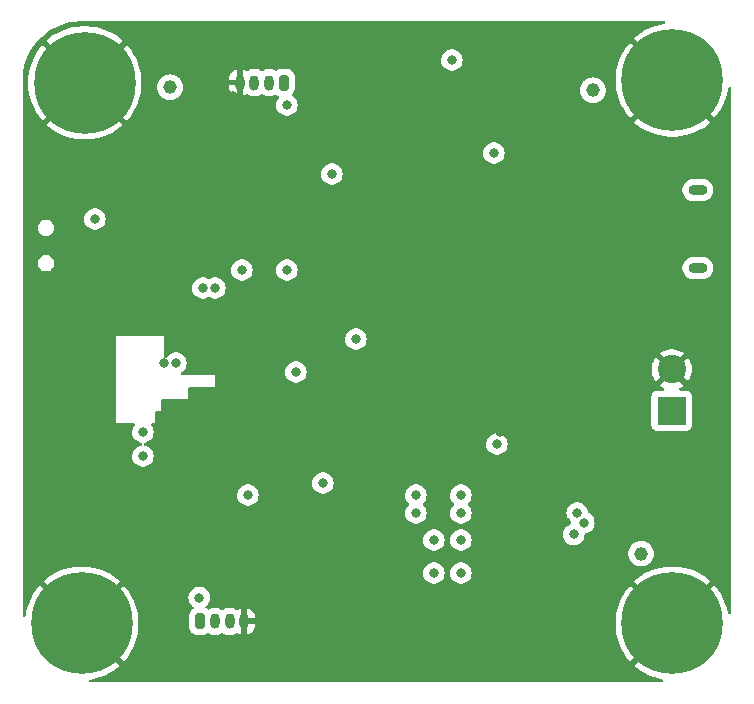
<source format=gbr>
%TF.GenerationSoftware,KiCad,Pcbnew,8.0.1*%
%TF.CreationDate,2024-05-01T14:41:19+05:45*%
%TF.ProjectId,STM32F4_Breakout_REV2,53544d33-3246-4345-9f42-7265616b6f75,rev?*%
%TF.SameCoordinates,Original*%
%TF.FileFunction,Copper,L2,Inr*%
%TF.FilePolarity,Positive*%
%FSLAX46Y46*%
G04 Gerber Fmt 4.6, Leading zero omitted, Abs format (unit mm)*
G04 Created by KiCad (PCBNEW 8.0.1) date 2024-05-01 14:41:19*
%MOMM*%
%LPD*%
G01*
G04 APERTURE LIST*
G04 Aperture macros list*
%AMRoundRect*
0 Rectangle with rounded corners*
0 $1 Rounding radius*
0 $2 $3 $4 $5 $6 $7 $8 $9 X,Y pos of 4 corners*
0 Add a 4 corners polygon primitive as box body*
4,1,4,$2,$3,$4,$5,$6,$7,$8,$9,$2,$3,0*
0 Add four circle primitives for the rounded corners*
1,1,$1+$1,$2,$3*
1,1,$1+$1,$4,$5*
1,1,$1+$1,$6,$7*
1,1,$1+$1,$8,$9*
0 Add four rect primitives between the rounded corners*
20,1,$1+$1,$2,$3,$4,$5,0*
20,1,$1+$1,$4,$5,$6,$7,0*
20,1,$1+$1,$6,$7,$8,$9,0*
20,1,$1+$1,$8,$9,$2,$3,0*%
G04 Aperture macros list end*
%TA.AperFunction,ComponentPad*%
%ADD10C,1.152000*%
%TD*%
%TA.AperFunction,ComponentPad*%
%ADD11C,0.900000*%
%TD*%
%TA.AperFunction,ComponentPad*%
%ADD12C,8.600000*%
%TD*%
%TA.AperFunction,ComponentPad*%
%ADD13RoundRect,0.200000X-0.200000X-0.450000X0.200000X-0.450000X0.200000X0.450000X-0.200000X0.450000X0*%
%TD*%
%TA.AperFunction,ComponentPad*%
%ADD14O,0.800000X1.300000*%
%TD*%
%TA.AperFunction,ComponentPad*%
%ADD15RoundRect,0.200000X0.200000X0.450000X-0.200000X0.450000X-0.200000X-0.450000X0.200000X-0.450000X0*%
%TD*%
%TA.AperFunction,ComponentPad*%
%ADD16O,1.600000X0.900000*%
%TD*%
%TA.AperFunction,ComponentPad*%
%ADD17R,2.400000X2.400000*%
%TD*%
%TA.AperFunction,ComponentPad*%
%ADD18C,2.400000*%
%TD*%
%TA.AperFunction,ViaPad*%
%ADD19C,0.800000*%
%TD*%
G04 APERTURE END LIST*
D10*
%TO.N,N/C*%
%TO.C,REF\u002A\u002A*%
X101354000Y-77086200D03*
%TD*%
%TO.N,N/C*%
%TO.C,REF\u002A\u002A*%
X97282000Y-37846000D03*
%TD*%
%TO.N,N/C*%
%TO.C,REF\u002A\u002A*%
X61476000Y-37592000D03*
%TD*%
D11*
%TO.N,GND*%
%TO.C,H1*%
X100775000Y-37000000D03*
X101719581Y-34719581D03*
X101719581Y-39280419D03*
X104000000Y-33775000D03*
D12*
X104000000Y-37000000D03*
D11*
X104000000Y-40225000D03*
X106280419Y-34719581D03*
X106280419Y-39280419D03*
X107225000Y-37000000D03*
%TD*%
%TO.N,GND*%
%TO.C,H2*%
X100775000Y-83000000D03*
X101719581Y-80719581D03*
X101719581Y-85280419D03*
X104000000Y-79775000D03*
D12*
X104000000Y-83000000D03*
D11*
X104000000Y-86225000D03*
X106280419Y-80719581D03*
X106280419Y-85280419D03*
X107225000Y-83000000D03*
%TD*%
D13*
%TO.N,+3V3*%
%TO.C,J5*%
X64017200Y-82829400D03*
D14*
%TO.N,UART3_TX*%
X65267200Y-82829400D03*
%TO.N,UART3_RX*%
X66517200Y-82829400D03*
%TO.N,GND*%
X67767200Y-82829400D03*
%TD*%
D11*
%TO.N,GND*%
%TO.C,H3*%
X50775000Y-83000000D03*
X51719581Y-80719581D03*
X51719581Y-85280419D03*
X54000000Y-79775000D03*
D12*
X54000000Y-83000000D03*
D11*
X54000000Y-86225000D03*
X56280419Y-80719581D03*
X56280419Y-85280419D03*
X57225000Y-83000000D03*
%TD*%
D15*
%TO.N,+3V3*%
%TO.C,J3*%
X71125000Y-37200000D03*
D14*
%TO.N,I2C1_SCL*%
X69875000Y-37200000D03*
%TO.N,I2C1_SDA*%
X68625000Y-37200000D03*
%TO.N,GND*%
X67375000Y-37200000D03*
%TD*%
D11*
%TO.N,GND*%
%TO.C,H4*%
X51025000Y-37225000D03*
X51969581Y-34944581D03*
X51969581Y-39505419D03*
X54250000Y-34000000D03*
D12*
X54250000Y-37225000D03*
D11*
X54250000Y-40450000D03*
X56530419Y-34944581D03*
X56530419Y-39505419D03*
X57475000Y-37225000D03*
%TD*%
D16*
%TO.N,unconnected-(J1-Shield-Pad6)_3*%
%TO.C,J1*%
X106172000Y-52900000D03*
%TO.N,unconnected-(J1-Shield-Pad6)_0*%
X106172000Y-46300000D03*
%TD*%
D17*
%TO.N,+12V*%
%TO.C,J2*%
X103948000Y-64996000D03*
D18*
%TO.N,GND*%
X103948000Y-61496000D03*
%TD*%
D19*
%TO.N,GND*%
X89408000Y-66040000D03*
X94996000Y-74422000D03*
X89408000Y-75692000D03*
X55118000Y-53340000D03*
X63500000Y-56896000D03*
X94742000Y-65532000D03*
X100584000Y-48260000D03*
X95250000Y-59182000D03*
X67762200Y-80805400D03*
X62738000Y-56896000D03*
X91948000Y-79756000D03*
X88900000Y-45212000D03*
X87884000Y-80264000D03*
X77216000Y-35814000D03*
X81534000Y-33782000D03*
X89408000Y-66802000D03*
X76454000Y-72390000D03*
X101854000Y-48260000D03*
X65532000Y-72136000D03*
X82804000Y-33782000D03*
X60960000Y-60960000D03*
X101854000Y-46990000D03*
X90932000Y-79756000D03*
X96266000Y-59182000D03*
X89408000Y-78232000D03*
X59690000Y-58166000D03*
X96266000Y-61214000D03*
X56388000Y-65532000D03*
X89408000Y-79756000D03*
X61976000Y-64516000D03*
X76962000Y-56896000D03*
X78740000Y-57912000D03*
X62992000Y-59182000D03*
X66802000Y-38354000D03*
X96266000Y-60198000D03*
X100584000Y-46990000D03*
X101854000Y-61468000D03*
X94742000Y-64770000D03*
X60452000Y-69596000D03*
X67310000Y-56642000D03*
X89408000Y-76962000D03*
X98298000Y-73914000D03*
X94488000Y-46736000D03*
X97790000Y-74422000D03*
X76454000Y-71374000D03*
X61214000Y-64516000D03*
X56134000Y-63246000D03*
%TO.N,+3V3*%
X71374000Y-39116000D03*
X67564000Y-53086000D03*
X59182000Y-68834000D03*
X77216000Y-58928000D03*
X83820000Y-78740000D03*
X71374000Y-53086000D03*
X59182000Y-66802000D03*
X64262000Y-54610000D03*
X95948000Y-73660000D03*
X86106000Y-75946000D03*
X85344000Y-35306000D03*
X82296000Y-73660000D03*
X63952200Y-80805400D03*
X86106000Y-78740000D03*
X65278000Y-54610000D03*
X82296000Y-72136000D03*
X88900000Y-43180000D03*
X61976000Y-60960000D03*
X83820000Y-75946000D03*
X55118000Y-48768000D03*
X74422000Y-71120000D03*
X96520000Y-74480000D03*
X86106000Y-73660000D03*
X68072000Y-72136000D03*
X86106000Y-72136000D03*
%TO.N,BUCK_SW*%
X95653000Y-75455000D03*
X89154000Y-67818000D03*
%TO.N,NRST*%
X75184000Y-44958000D03*
X72136000Y-61722000D03*
%TD*%
%TA.AperFunction,Conductor*%
%TO.N,GND*%
G36*
X56589117Y-39210564D02*
G01*
X56569915Y-39205419D01*
X56490923Y-39205419D01*
X56414623Y-39225863D01*
X56346214Y-39265359D01*
X56290359Y-39321214D01*
X56250863Y-39389623D01*
X56230419Y-39465923D01*
X56230419Y-39544915D01*
X56235564Y-39564117D01*
X55583348Y-38911901D01*
X55670635Y-38844924D01*
X55869924Y-38645635D01*
X55936901Y-38558348D01*
X56589117Y-39210564D01*
G37*
%TD.AperFunction*%
%TA.AperFunction,Conductor*%
G36*
X52630076Y-38645635D02*
G01*
X52829365Y-38844924D01*
X52916651Y-38911901D01*
X52264436Y-39564116D01*
X52269581Y-39544915D01*
X52269581Y-39465923D01*
X52249137Y-39389623D01*
X52209641Y-39321214D01*
X52153786Y-39265359D01*
X52085377Y-39225863D01*
X52009077Y-39205419D01*
X51930085Y-39205419D01*
X51910879Y-39210564D01*
X52563097Y-38558347D01*
X52630076Y-38645635D01*
G37*
%TD.AperFunction*%
%TA.AperFunction,Conductor*%
G36*
X52916652Y-35538098D02*
G01*
X52829365Y-35605076D01*
X52630076Y-35804365D01*
X52563098Y-35891651D01*
X51910882Y-35239435D01*
X51930085Y-35244581D01*
X52009077Y-35244581D01*
X52085377Y-35224137D01*
X52153786Y-35184641D01*
X52209641Y-35128786D01*
X52249137Y-35060377D01*
X52269581Y-34984077D01*
X52269581Y-34905085D01*
X52264435Y-34885881D01*
X52916652Y-35538098D01*
G37*
%TD.AperFunction*%
%TA.AperFunction,Conductor*%
G36*
X56230419Y-34905085D02*
G01*
X56230419Y-34984077D01*
X56250863Y-35060377D01*
X56290359Y-35128786D01*
X56346214Y-35184641D01*
X56414623Y-35224137D01*
X56490923Y-35244581D01*
X56569915Y-35244581D01*
X56589113Y-35239436D01*
X55936900Y-35891650D01*
X55869924Y-35804365D01*
X55670635Y-35605076D01*
X55583346Y-35538097D01*
X56235565Y-34885878D01*
X56230419Y-34905085D01*
G37*
%TD.AperFunction*%
%TA.AperFunction,Conductor*%
G36*
X103359371Y-32019685D02*
G01*
X103405126Y-32072489D01*
X103415070Y-32141647D01*
X103386045Y-32205203D01*
X103327267Y-32242977D01*
X103314473Y-32246007D01*
X102930816Y-32315630D01*
X102515234Y-32430324D01*
X102515209Y-32430332D01*
X102111583Y-32581815D01*
X102111569Y-32581821D01*
X101723146Y-32768876D01*
X101723140Y-32768879D01*
X101353024Y-32990013D01*
X101004235Y-33243423D01*
X100786877Y-33433322D01*
X100786877Y-33433323D01*
X101778279Y-34424726D01*
X101759077Y-34419581D01*
X101680085Y-34419581D01*
X101603785Y-34440025D01*
X101535376Y-34479521D01*
X101479521Y-34535376D01*
X101440025Y-34603785D01*
X101419581Y-34680085D01*
X101419581Y-34759077D01*
X101424726Y-34778279D01*
X100432223Y-33785777D01*
X100381624Y-33838699D01*
X100381612Y-33838712D01*
X100112800Y-34175791D01*
X100112799Y-34175792D01*
X99875294Y-34535600D01*
X99670989Y-34915261D01*
X99670985Y-34915269D01*
X99501545Y-35311695D01*
X99501542Y-35311703D01*
X99368313Y-35721741D01*
X99272378Y-36142061D01*
X99214505Y-36569298D01*
X99214504Y-36569307D01*
X99195162Y-36999996D01*
X99195162Y-37000003D01*
X99214504Y-37430692D01*
X99214505Y-37430701D01*
X99272378Y-37857938D01*
X99368313Y-38278258D01*
X99501542Y-38688296D01*
X99501545Y-38688304D01*
X99670985Y-39084730D01*
X99670989Y-39084738D01*
X99875294Y-39464399D01*
X100112799Y-39824207D01*
X100112800Y-39824208D01*
X100381608Y-40161282D01*
X100432223Y-40214221D01*
X101424726Y-39221717D01*
X101419581Y-39240923D01*
X101419581Y-39319915D01*
X101440025Y-39396215D01*
X101479521Y-39464624D01*
X101535376Y-39520479D01*
X101603785Y-39559975D01*
X101680085Y-39580419D01*
X101759077Y-39580419D01*
X101778278Y-39575274D01*
X100786877Y-40566675D01*
X101004227Y-40756569D01*
X101004244Y-40756582D01*
X101353024Y-41009986D01*
X101723140Y-41231120D01*
X101723146Y-41231123D01*
X102111569Y-41418178D01*
X102111583Y-41418184D01*
X102515209Y-41569667D01*
X102515234Y-41569675D01*
X102930816Y-41684369D01*
X103355023Y-41761351D01*
X103784435Y-41799999D01*
X103784438Y-41800000D01*
X104215562Y-41800000D01*
X104215564Y-41799999D01*
X104644976Y-41761351D01*
X105069183Y-41684369D01*
X105484765Y-41569675D01*
X105484790Y-41569667D01*
X105888416Y-41418184D01*
X105888430Y-41418178D01*
X106276853Y-41231123D01*
X106276859Y-41231120D01*
X106646975Y-41009986D01*
X106995755Y-40756582D01*
X106995772Y-40756569D01*
X107213121Y-40566675D01*
X106221720Y-39575273D01*
X106240923Y-39580419D01*
X106319915Y-39580419D01*
X106396215Y-39559975D01*
X106464624Y-39520479D01*
X106520479Y-39464624D01*
X106559975Y-39396215D01*
X106580419Y-39319915D01*
X106580419Y-39240923D01*
X106575273Y-39221719D01*
X107567776Y-40214222D01*
X107618386Y-40161289D01*
X107618386Y-40161288D01*
X107887199Y-39824208D01*
X107887200Y-39824207D01*
X108124705Y-39464399D01*
X108329010Y-39084738D01*
X108329014Y-39084730D01*
X108498454Y-38688304D01*
X108498457Y-38688296D01*
X108631686Y-38278258D01*
X108727621Y-37857939D01*
X108752614Y-37673434D01*
X108781119Y-37609644D01*
X108839587Y-37571391D01*
X108909455Y-37570821D01*
X108968539Y-37608114D01*
X108998082Y-37671431D01*
X108999492Y-37690170D01*
X108966814Y-82089597D01*
X108947080Y-82156622D01*
X108894242Y-82202338D01*
X108825077Y-82212231D01*
X108761542Y-82183159D01*
X108723811Y-82124353D01*
X108721923Y-82117098D01*
X108631686Y-81721741D01*
X108498457Y-81311703D01*
X108498454Y-81311695D01*
X108329014Y-80915269D01*
X108329010Y-80915261D01*
X108124705Y-80535600D01*
X107887200Y-80175792D01*
X107887199Y-80175791D01*
X107618391Y-79838717D01*
X107567774Y-79785776D01*
X106575274Y-80778276D01*
X106580419Y-80759077D01*
X106580419Y-80680085D01*
X106559975Y-80603785D01*
X106520479Y-80535376D01*
X106464624Y-80479521D01*
X106396215Y-80440025D01*
X106319915Y-80419581D01*
X106240923Y-80419581D01*
X106221716Y-80424727D01*
X107213121Y-79433323D01*
X106995772Y-79243430D01*
X106995755Y-79243417D01*
X106646975Y-78990013D01*
X106276859Y-78768879D01*
X106276853Y-78768876D01*
X105888430Y-78581821D01*
X105888416Y-78581815D01*
X105484790Y-78430332D01*
X105484765Y-78430324D01*
X105069183Y-78315630D01*
X104644976Y-78238648D01*
X104215564Y-78200000D01*
X103784435Y-78200000D01*
X103355023Y-78238648D01*
X102930816Y-78315630D01*
X102515234Y-78430324D01*
X102515209Y-78430332D01*
X102111583Y-78581815D01*
X102111569Y-78581821D01*
X101723146Y-78768876D01*
X101723140Y-78768879D01*
X101353024Y-78990013D01*
X101004235Y-79243423D01*
X100786877Y-79433322D01*
X100786877Y-79433323D01*
X101778280Y-80424726D01*
X101759077Y-80419581D01*
X101680085Y-80419581D01*
X101603785Y-80440025D01*
X101535376Y-80479521D01*
X101479521Y-80535376D01*
X101440025Y-80603785D01*
X101419581Y-80680085D01*
X101419581Y-80759077D01*
X101424726Y-80778279D01*
X100432223Y-79785777D01*
X100381624Y-79838699D01*
X100381612Y-79838712D01*
X100112800Y-80175791D01*
X100112799Y-80175792D01*
X99875294Y-80535600D01*
X99670989Y-80915261D01*
X99670985Y-80915269D01*
X99501545Y-81311695D01*
X99501542Y-81311703D01*
X99368313Y-81721741D01*
X99272378Y-82142061D01*
X99214505Y-82569298D01*
X99214504Y-82569307D01*
X99195162Y-82999996D01*
X99195162Y-83000003D01*
X99214504Y-83430692D01*
X99214505Y-83430701D01*
X99272378Y-83857938D01*
X99368313Y-84278258D01*
X99501542Y-84688296D01*
X99501545Y-84688304D01*
X99670985Y-85084730D01*
X99670989Y-85084738D01*
X99875294Y-85464399D01*
X100112799Y-85824207D01*
X100112800Y-85824208D01*
X100381608Y-86161282D01*
X100432223Y-86214221D01*
X101424726Y-85221717D01*
X101419581Y-85240923D01*
X101419581Y-85319915D01*
X101440025Y-85396215D01*
X101479521Y-85464624D01*
X101535376Y-85520479D01*
X101603785Y-85559975D01*
X101680085Y-85580419D01*
X101759077Y-85580419D01*
X101778278Y-85575274D01*
X100786877Y-86566675D01*
X101004227Y-86756569D01*
X101004244Y-86756582D01*
X101353024Y-87009986D01*
X101723140Y-87231120D01*
X101723146Y-87231123D01*
X102111569Y-87418178D01*
X102111583Y-87418184D01*
X102515209Y-87569667D01*
X102515234Y-87569675D01*
X102930816Y-87684369D01*
X103151739Y-87724461D01*
X103214186Y-87755799D01*
X103249777Y-87815924D01*
X103247212Y-87885747D01*
X103207306Y-87943099D01*
X103142727Y-87969771D01*
X103129673Y-87970468D01*
X54710094Y-87999573D01*
X54643042Y-87979929D01*
X54597256Y-87927152D01*
X54587271Y-87858000D01*
X54616257Y-87794427D01*
X54675013Y-87756617D01*
X54687878Y-87753566D01*
X55069184Y-87684369D01*
X55484765Y-87569675D01*
X55484790Y-87569667D01*
X55888416Y-87418184D01*
X55888430Y-87418178D01*
X56276853Y-87231123D01*
X56276859Y-87231120D01*
X56646975Y-87009986D01*
X56995755Y-86756582D01*
X56995772Y-86756569D01*
X57213121Y-86566675D01*
X56221720Y-85575273D01*
X56240923Y-85580419D01*
X56319915Y-85580419D01*
X56396215Y-85559975D01*
X56464624Y-85520479D01*
X56520479Y-85464624D01*
X56559975Y-85396215D01*
X56580419Y-85319915D01*
X56580419Y-85240923D01*
X56575273Y-85221720D01*
X57567775Y-86214222D01*
X57567776Y-86214222D01*
X57618386Y-86161289D01*
X57618386Y-86161288D01*
X57887199Y-85824208D01*
X57887200Y-85824207D01*
X58124705Y-85464399D01*
X58329010Y-85084738D01*
X58329014Y-85084730D01*
X58498454Y-84688304D01*
X58498457Y-84688296D01*
X58631686Y-84278258D01*
X58727621Y-83857938D01*
X58785494Y-83430701D01*
X58785495Y-83430692D01*
X58804838Y-83000003D01*
X58804838Y-82999996D01*
X58785495Y-82569307D01*
X58785494Y-82569298D01*
X58727621Y-82142061D01*
X58631686Y-81721741D01*
X58498457Y-81311703D01*
X58498454Y-81311695D01*
X58329014Y-80915269D01*
X58329010Y-80915261D01*
X58269891Y-80805400D01*
X63038696Y-80805400D01*
X63058658Y-80995328D01*
X63058659Y-80995331D01*
X63117670Y-81176949D01*
X63117673Y-81176956D01*
X63213160Y-81342344D01*
X63340947Y-81484266D01*
X63456633Y-81568317D01*
X63499298Y-81623647D01*
X63505277Y-81693261D01*
X63472671Y-81755056D01*
X63447898Y-81774751D01*
X63377044Y-81817584D01*
X63377040Y-81817587D01*
X63255386Y-81939241D01*
X63166373Y-82086486D01*
X63115186Y-82250754D01*
X63108700Y-82322137D01*
X63108700Y-83336672D01*
X63115185Y-83408044D01*
X63115188Y-83408055D01*
X63166371Y-83572309D01*
X63255386Y-83719558D01*
X63377041Y-83841213D01*
X63377043Y-83841214D01*
X63377045Y-83841216D01*
X63524287Y-83930227D01*
X63688551Y-83981413D01*
X63759935Y-83987900D01*
X64274464Y-83987899D01*
X64274472Y-83987899D01*
X64345845Y-83981414D01*
X64345848Y-83981413D01*
X64345849Y-83981413D01*
X64510113Y-83930227D01*
X64650110Y-83845595D01*
X64717662Y-83827760D01*
X64783148Y-83848611D01*
X64836862Y-83884501D01*
X64836863Y-83884501D01*
X64836864Y-83884502D01*
X65002200Y-83952987D01*
X65177716Y-83987899D01*
X65177720Y-83987900D01*
X65177721Y-83987900D01*
X65356680Y-83987900D01*
X65356681Y-83987899D01*
X65532200Y-83952987D01*
X65697536Y-83884502D01*
X65823310Y-83800462D01*
X65889986Y-83779585D01*
X65957366Y-83798069D01*
X65961074Y-83800452D01*
X66001943Y-83827760D01*
X66086857Y-83884498D01*
X66086861Y-83884500D01*
X66086864Y-83884502D01*
X66252200Y-83952987D01*
X66427716Y-83987899D01*
X66427720Y-83987900D01*
X66427721Y-83987900D01*
X66606680Y-83987900D01*
X66606681Y-83987899D01*
X66782200Y-83952987D01*
X66947536Y-83884502D01*
X67080959Y-83795351D01*
X67147635Y-83774474D01*
X67215015Y-83792958D01*
X67218740Y-83795352D01*
X67340883Y-83876966D01*
X67340893Y-83876971D01*
X67504676Y-83944812D01*
X67504683Y-83944815D01*
X67517200Y-83947304D01*
X67517200Y-82879128D01*
X67555260Y-82971014D01*
X67625586Y-83041340D01*
X67717472Y-83079400D01*
X67816928Y-83079400D01*
X68017200Y-83079400D01*
X68017200Y-83947303D01*
X68029716Y-83944815D01*
X68029723Y-83944812D01*
X68193506Y-83876971D01*
X68193516Y-83876966D01*
X68340916Y-83778476D01*
X68340920Y-83778473D01*
X68466273Y-83653120D01*
X68466276Y-83653116D01*
X68564766Y-83505716D01*
X68564771Y-83505707D01*
X68632613Y-83341920D01*
X68632615Y-83341912D01*
X68667199Y-83168046D01*
X68667200Y-83168043D01*
X68667200Y-83079400D01*
X68017200Y-83079400D01*
X67816928Y-83079400D01*
X67908814Y-83041340D01*
X67979140Y-82971014D01*
X68017200Y-82879128D01*
X68017200Y-82779672D01*
X67979140Y-82687786D01*
X67908814Y-82617460D01*
X67816928Y-82579400D01*
X67717472Y-82579400D01*
X67625586Y-82617460D01*
X67555260Y-82687786D01*
X67517200Y-82779672D01*
X67517200Y-81711495D01*
X67517199Y-81711494D01*
X68017200Y-81711494D01*
X68017200Y-82579400D01*
X68667200Y-82579400D01*
X68667200Y-82490757D01*
X68667199Y-82490753D01*
X68632615Y-82316887D01*
X68632613Y-82316879D01*
X68564771Y-82153092D01*
X68564766Y-82153083D01*
X68466276Y-82005683D01*
X68466273Y-82005679D01*
X68340920Y-81880326D01*
X68340916Y-81880323D01*
X68193516Y-81781833D01*
X68193507Y-81781828D01*
X68029719Y-81713985D01*
X68017200Y-81711494D01*
X67517199Y-81711494D01*
X67504680Y-81713985D01*
X67340892Y-81781828D01*
X67340883Y-81781833D01*
X67218740Y-81863447D01*
X67152062Y-81884325D01*
X67084682Y-81865840D01*
X67080958Y-81863447D01*
X66947542Y-81774301D01*
X66947532Y-81774296D01*
X66782200Y-81705813D01*
X66782192Y-81705811D01*
X66606683Y-81670900D01*
X66606679Y-81670900D01*
X66427721Y-81670900D01*
X66427716Y-81670900D01*
X66252207Y-81705811D01*
X66252199Y-81705813D01*
X66086867Y-81774296D01*
X66086857Y-81774301D01*
X65961091Y-81858336D01*
X65894413Y-81879214D01*
X65827033Y-81860729D01*
X65823309Y-81858336D01*
X65697542Y-81774301D01*
X65697532Y-81774296D01*
X65532200Y-81705813D01*
X65532192Y-81705811D01*
X65356683Y-81670900D01*
X65356679Y-81670900D01*
X65177721Y-81670900D01*
X65177716Y-81670900D01*
X65002207Y-81705811D01*
X65002199Y-81705813D01*
X64836864Y-81774297D01*
X64783145Y-81810190D01*
X64716468Y-81831066D01*
X64650108Y-81813203D01*
X64515542Y-81731854D01*
X64468355Y-81680328D01*
X64456517Y-81611469D01*
X64483786Y-81547140D01*
X64506808Y-81525421D01*
X64563453Y-81484266D01*
X64691240Y-81342344D01*
X64786727Y-81176956D01*
X64845742Y-80995328D01*
X64865704Y-80805400D01*
X64845742Y-80615472D01*
X64786727Y-80433844D01*
X64691240Y-80268456D01*
X64563453Y-80126534D01*
X64408952Y-80014282D01*
X64234488Y-79936606D01*
X64234486Y-79936605D01*
X64047687Y-79896900D01*
X63856713Y-79896900D01*
X63669914Y-79936605D01*
X63495446Y-80014283D01*
X63340945Y-80126535D01*
X63213159Y-80268457D01*
X63117673Y-80433843D01*
X63117670Y-80433850D01*
X63084610Y-80535600D01*
X63058658Y-80615472D01*
X63038696Y-80805400D01*
X58269891Y-80805400D01*
X58124705Y-80535600D01*
X57887200Y-80175792D01*
X57887199Y-80175791D01*
X57618391Y-79838717D01*
X57567774Y-79785776D01*
X56575274Y-80778275D01*
X56580419Y-80759077D01*
X56580419Y-80680085D01*
X56559975Y-80603785D01*
X56520479Y-80535376D01*
X56464624Y-80479521D01*
X56396215Y-80440025D01*
X56319915Y-80419581D01*
X56240923Y-80419581D01*
X56221716Y-80424727D01*
X57213121Y-79433323D01*
X56995772Y-79243430D01*
X56995755Y-79243417D01*
X56646975Y-78990013D01*
X56276859Y-78768879D01*
X56276853Y-78768876D01*
X56216891Y-78740000D01*
X82906496Y-78740000D01*
X82926458Y-78929928D01*
X82926459Y-78929931D01*
X82985470Y-79111549D01*
X82985473Y-79111556D01*
X83080960Y-79276944D01*
X83208747Y-79418866D01*
X83363248Y-79531118D01*
X83537712Y-79608794D01*
X83724513Y-79648500D01*
X83915487Y-79648500D01*
X84102288Y-79608794D01*
X84276752Y-79531118D01*
X84431253Y-79418866D01*
X84559040Y-79276944D01*
X84654527Y-79111556D01*
X84713542Y-78929928D01*
X84733504Y-78740000D01*
X85192496Y-78740000D01*
X85212458Y-78929928D01*
X85212459Y-78929931D01*
X85271470Y-79111549D01*
X85271473Y-79111556D01*
X85366960Y-79276944D01*
X85494747Y-79418866D01*
X85649248Y-79531118D01*
X85823712Y-79608794D01*
X86010513Y-79648500D01*
X86201487Y-79648500D01*
X86388288Y-79608794D01*
X86562752Y-79531118D01*
X86717253Y-79418866D01*
X86845040Y-79276944D01*
X86940527Y-79111556D01*
X86999542Y-78929928D01*
X87019504Y-78740000D01*
X86999542Y-78550072D01*
X86940527Y-78368444D01*
X86845040Y-78203056D01*
X86717253Y-78061134D01*
X86562752Y-77948882D01*
X86388288Y-77871206D01*
X86388286Y-77871205D01*
X86201487Y-77831500D01*
X86010513Y-77831500D01*
X85823714Y-77871205D01*
X85649246Y-77948883D01*
X85494745Y-78061135D01*
X85366959Y-78203057D01*
X85271473Y-78368443D01*
X85271470Y-78368450D01*
X85212459Y-78550068D01*
X85212458Y-78550072D01*
X85192496Y-78740000D01*
X84733504Y-78740000D01*
X84713542Y-78550072D01*
X84654527Y-78368444D01*
X84559040Y-78203056D01*
X84431253Y-78061134D01*
X84276752Y-77948882D01*
X84102288Y-77871206D01*
X84102286Y-77871205D01*
X83915487Y-77831500D01*
X83724513Y-77831500D01*
X83537714Y-77871205D01*
X83363246Y-77948883D01*
X83208745Y-78061135D01*
X83080959Y-78203057D01*
X82985473Y-78368443D01*
X82985470Y-78368450D01*
X82926459Y-78550068D01*
X82926458Y-78550072D01*
X82906496Y-78740000D01*
X56216891Y-78740000D01*
X55888430Y-78581821D01*
X55888416Y-78581815D01*
X55484790Y-78430332D01*
X55484765Y-78430324D01*
X55069183Y-78315630D01*
X54644976Y-78238648D01*
X54215564Y-78200000D01*
X53784435Y-78200000D01*
X53355023Y-78238648D01*
X52930816Y-78315630D01*
X52515234Y-78430324D01*
X52515209Y-78430332D01*
X52111583Y-78581815D01*
X52111569Y-78581821D01*
X51723146Y-78768876D01*
X51723140Y-78768879D01*
X51353024Y-78990013D01*
X51004235Y-79243423D01*
X50786877Y-79433322D01*
X50786877Y-79433323D01*
X51778280Y-80424726D01*
X51759077Y-80419581D01*
X51680085Y-80419581D01*
X51603785Y-80440025D01*
X51535376Y-80479521D01*
X51479521Y-80535376D01*
X51440025Y-80603785D01*
X51419581Y-80680085D01*
X51419581Y-80759077D01*
X51424726Y-80778279D01*
X50432224Y-79785777D01*
X50432223Y-79785777D01*
X50381624Y-79838699D01*
X50381612Y-79838712D01*
X50112800Y-80175791D01*
X50112799Y-80175792D01*
X49875294Y-80535600D01*
X49670989Y-80915261D01*
X49670985Y-80915269D01*
X49501545Y-81311695D01*
X49501542Y-81311703D01*
X49368313Y-81721741D01*
X49272378Y-82142061D01*
X49246878Y-82330314D01*
X49218372Y-82394104D01*
X49159904Y-82432357D01*
X49090037Y-82432927D01*
X49030953Y-82395634D01*
X49001410Y-82332317D01*
X49000000Y-82313669D01*
X49000000Y-77086199D01*
X100264854Y-77086199D01*
X100268971Y-77130628D01*
X100269500Y-77142070D01*
X100269500Y-77171552D01*
X100276723Y-77217159D01*
X100276736Y-77217238D01*
X100277733Y-77225191D01*
X100283399Y-77286330D01*
X100283399Y-77286332D01*
X100291014Y-77313097D01*
X100294220Y-77327630D01*
X100296203Y-77340150D01*
X100315683Y-77400104D01*
X100317007Y-77404450D01*
X100329337Y-77447785D01*
X100338400Y-77479640D01*
X100338404Y-77479650D01*
X100343306Y-77489495D01*
X100346829Y-77498104D01*
X100347088Y-77497997D01*
X100348955Y-77502504D01*
X100385182Y-77573605D01*
X100385697Y-77574627D01*
X100427989Y-77659561D01*
X100481848Y-77730882D01*
X100483213Y-77732725D01*
X100526786Y-77792700D01*
X100527823Y-77793737D01*
X100539095Y-77806690D01*
X100549111Y-77819953D01*
X100602774Y-77868873D01*
X100606894Y-77872808D01*
X100647496Y-77913410D01*
X100662292Y-77924160D01*
X100672936Y-77932834D01*
X100697643Y-77955357D01*
X100745100Y-77984742D01*
X100752693Y-77989840D01*
X100752702Y-77989847D01*
X100785595Y-78013745D01*
X100785603Y-78013750D01*
X100816841Y-78029666D01*
X100825812Y-78034717D01*
X100868526Y-78061164D01*
X100868530Y-78061165D01*
X100868534Y-78061168D01*
X100904927Y-78075266D01*
X100916414Y-78080401D01*
X100937697Y-78091245D01*
X100937699Y-78091245D01*
X100937702Y-78091247D01*
X100986995Y-78107263D01*
X100993456Y-78109562D01*
X101055941Y-78133769D01*
X101077793Y-78137854D01*
X101093321Y-78141811D01*
X101096664Y-78142897D01*
X101100039Y-78143994D01*
X101100040Y-78143994D01*
X101100046Y-78143996D01*
X101167858Y-78154736D01*
X101171127Y-78155300D01*
X101253506Y-78170700D01*
X101253508Y-78170700D01*
X101454492Y-78170700D01*
X101454494Y-78170700D01*
X101536880Y-78155298D01*
X101540142Y-78154736D01*
X101607954Y-78143996D01*
X101614683Y-78141809D01*
X101630208Y-78137853D01*
X101652059Y-78133769D01*
X101714568Y-78109552D01*
X101720986Y-78107268D01*
X101770303Y-78091245D01*
X101791580Y-78080403D01*
X101803074Y-78075265D01*
X101839474Y-78061164D01*
X101882179Y-78034721D01*
X101891147Y-78029671D01*
X101922402Y-78013747D01*
X101934128Y-78005226D01*
X101955298Y-77989847D01*
X101962907Y-77984737D01*
X101974942Y-77977284D01*
X102010357Y-77955357D01*
X102035072Y-77932825D01*
X102045701Y-77924163D01*
X102060504Y-77913410D01*
X102101124Y-77872788D01*
X102105222Y-77868875D01*
X102158889Y-77819953D01*
X102168902Y-77806692D01*
X102180179Y-77793734D01*
X102181210Y-77792704D01*
X102224839Y-77732651D01*
X102226065Y-77730995D01*
X102280011Y-77659561D01*
X102322395Y-77574437D01*
X102322741Y-77573750D01*
X102359045Y-77502503D01*
X102359046Y-77502499D01*
X102359050Y-77502492D01*
X102360914Y-77497992D01*
X102361180Y-77498102D01*
X102364701Y-77489479D01*
X102365725Y-77487422D01*
X102369598Y-77479645D01*
X102390990Y-77404457D01*
X102392327Y-77400069D01*
X102411796Y-77340154D01*
X102413779Y-77327627D01*
X102416984Y-77313095D01*
X102424601Y-77286330D01*
X102430265Y-77225186D01*
X102431259Y-77217263D01*
X102438500Y-77171552D01*
X102438500Y-77142070D01*
X102439029Y-77130628D01*
X102443146Y-77086199D01*
X102439029Y-77041770D01*
X102438500Y-77030329D01*
X102438500Y-77000850D01*
X102438499Y-77000842D01*
X102431259Y-76955136D01*
X102430264Y-76947197D01*
X102424601Y-76886073D01*
X102424601Y-76886070D01*
X102416985Y-76859303D01*
X102413780Y-76844776D01*
X102411796Y-76832246D01*
X102392317Y-76772300D01*
X102390990Y-76767942D01*
X102382219Y-76737116D01*
X102369598Y-76692755D01*
X102364694Y-76682906D01*
X102361180Y-76674299D01*
X102360915Y-76674410D01*
X102359048Y-76669905D01*
X102359046Y-76669902D01*
X102359045Y-76669897D01*
X102322819Y-76598801D01*
X102322386Y-76597942D01*
X102280011Y-76512839D01*
X102226142Y-76441506D01*
X102224785Y-76439673D01*
X102181213Y-76379699D01*
X102180177Y-76378663D01*
X102168904Y-76365708D01*
X102158892Y-76352451D01*
X102158889Y-76352447D01*
X102105225Y-76303526D01*
X102101104Y-76299590D01*
X102060503Y-76258989D01*
X102060498Y-76258985D01*
X102045717Y-76248246D01*
X102035067Y-76239568D01*
X102010357Y-76217043D01*
X101962903Y-76187660D01*
X101955300Y-76182554D01*
X101951286Y-76179638D01*
X101922402Y-76158653D01*
X101891142Y-76142725D01*
X101882187Y-76137682D01*
X101839474Y-76111236D01*
X101839468Y-76111233D01*
X101811766Y-76100501D01*
X101803069Y-76097132D01*
X101791583Y-76091997D01*
X101782967Y-76087607D01*
X101770306Y-76081156D01*
X101770298Y-76081153D01*
X101721005Y-76065136D01*
X101714533Y-76062833D01*
X101652059Y-76038631D01*
X101652052Y-76038629D01*
X101630211Y-76034546D01*
X101614688Y-76030591D01*
X101607960Y-76028405D01*
X101607957Y-76028404D01*
X101540214Y-76017674D01*
X101536831Y-76017090D01*
X101454495Y-76001700D01*
X101454494Y-76001700D01*
X101253506Y-76001700D01*
X101253502Y-76001700D01*
X101171166Y-76017090D01*
X101167785Y-76017674D01*
X101100039Y-76028405D01*
X101093300Y-76030594D01*
X101077793Y-76034544D01*
X101055949Y-76038628D01*
X100993453Y-76062838D01*
X100986983Y-76065140D01*
X100937693Y-76081156D01*
X100916418Y-76091995D01*
X100904929Y-76097132D01*
X100868528Y-76111235D01*
X100868525Y-76111236D01*
X100825819Y-76137678D01*
X100816843Y-76142732D01*
X100785593Y-76158655D01*
X100752691Y-76182559D01*
X100745090Y-76187663D01*
X100697650Y-76217037D01*
X100697641Y-76217044D01*
X100672938Y-76239563D01*
X100662296Y-76248236D01*
X100647495Y-76258990D01*
X100647493Y-76258992D01*
X100606902Y-76299582D01*
X100602763Y-76303535D01*
X100549108Y-76352449D01*
X100539091Y-76365713D01*
X100527843Y-76378642D01*
X100526791Y-76379693D01*
X100483198Y-76439693D01*
X100481837Y-76441531D01*
X100427989Y-76512839D01*
X100427985Y-76512845D01*
X100385654Y-76597858D01*
X100385139Y-76598880D01*
X100348954Y-76669896D01*
X100347089Y-76674400D01*
X100346830Y-76674292D01*
X100343310Y-76682897D01*
X100338400Y-76692758D01*
X100317013Y-76767926D01*
X100315679Y-76772307D01*
X100296203Y-76832249D01*
X100294219Y-76844776D01*
X100291014Y-76859303D01*
X100283399Y-76886069D01*
X100283398Y-76886074D01*
X100277733Y-76947207D01*
X100276735Y-76955162D01*
X100269500Y-77000842D01*
X100269500Y-77030329D01*
X100268971Y-77041770D01*
X100264854Y-77086199D01*
X49000000Y-77086199D01*
X49000000Y-75946000D01*
X82906496Y-75946000D01*
X82926458Y-76135928D01*
X82926459Y-76135931D01*
X82985470Y-76317549D01*
X82985473Y-76317556D01*
X83080960Y-76482944D01*
X83208747Y-76624866D01*
X83363248Y-76737118D01*
X83537712Y-76814794D01*
X83724513Y-76854500D01*
X83915487Y-76854500D01*
X84102288Y-76814794D01*
X84276752Y-76737118D01*
X84431253Y-76624866D01*
X84559040Y-76482944D01*
X84654527Y-76317556D01*
X84713542Y-76135928D01*
X84733504Y-75946000D01*
X85192496Y-75946000D01*
X85212458Y-76135928D01*
X85212459Y-76135931D01*
X85271470Y-76317549D01*
X85271473Y-76317556D01*
X85366960Y-76482944D01*
X85494747Y-76624866D01*
X85649248Y-76737118D01*
X85823712Y-76814794D01*
X86010513Y-76854500D01*
X86201487Y-76854500D01*
X86388288Y-76814794D01*
X86562752Y-76737118D01*
X86717253Y-76624866D01*
X86845040Y-76482944D01*
X86940527Y-76317556D01*
X86999542Y-76135928D01*
X87019504Y-75946000D01*
X86999542Y-75756072D01*
X86940527Y-75574444D01*
X86871566Y-75455000D01*
X94739496Y-75455000D01*
X94759458Y-75644928D01*
X94759459Y-75644931D01*
X94818470Y-75826549D01*
X94818473Y-75826556D01*
X94913960Y-75991944D01*
X95041747Y-76133866D01*
X95196248Y-76246118D01*
X95370712Y-76323794D01*
X95557513Y-76363500D01*
X95748487Y-76363500D01*
X95935288Y-76323794D01*
X96109752Y-76246118D01*
X96264253Y-76133866D01*
X96392040Y-75991944D01*
X96487527Y-75826556D01*
X96546542Y-75644928D01*
X96563117Y-75487224D01*
X96589700Y-75422612D01*
X96646998Y-75382627D01*
X96660644Y-75378901D01*
X96779134Y-75353715D01*
X96802284Y-75348795D01*
X96802284Y-75348794D01*
X96802288Y-75348794D01*
X96976752Y-75271118D01*
X97131253Y-75158866D01*
X97259040Y-75016944D01*
X97354527Y-74851556D01*
X97413542Y-74669928D01*
X97433504Y-74480000D01*
X97413542Y-74290072D01*
X97354527Y-74108444D01*
X97259040Y-73943056D01*
X97131253Y-73801134D01*
X97089005Y-73770438D01*
X96976753Y-73688882D01*
X96924431Y-73665587D01*
X96871195Y-73620336D01*
X96851547Y-73565268D01*
X96841542Y-73470073D01*
X96841540Y-73470068D01*
X96782527Y-73288444D01*
X96687040Y-73123056D01*
X96559253Y-72981134D01*
X96404752Y-72868882D01*
X96230288Y-72791206D01*
X96230286Y-72791205D01*
X96043487Y-72751500D01*
X95852513Y-72751500D01*
X95665714Y-72791205D01*
X95491246Y-72868883D01*
X95336745Y-72981135D01*
X95208959Y-73123057D01*
X95113473Y-73288443D01*
X95113470Y-73288450D01*
X95054459Y-73470068D01*
X95054458Y-73470072D01*
X95034496Y-73660000D01*
X95054458Y-73849928D01*
X95054459Y-73849931D01*
X95113470Y-74031549D01*
X95113473Y-74031556D01*
X95208960Y-74196944D01*
X95336747Y-74338866D01*
X95386978Y-74375361D01*
X95429644Y-74430691D01*
X95435623Y-74500304D01*
X95403017Y-74562099D01*
X95364529Y-74588958D01*
X95196248Y-74663881D01*
X95041745Y-74776135D01*
X94913959Y-74918057D01*
X94818473Y-75083443D01*
X94818470Y-75083450D01*
X94759459Y-75265068D01*
X94759458Y-75265072D01*
X94739496Y-75455000D01*
X86871566Y-75455000D01*
X86845040Y-75409056D01*
X86717253Y-75267134D01*
X86562752Y-75154882D01*
X86388288Y-75077206D01*
X86388286Y-75077205D01*
X86201487Y-75037500D01*
X86010513Y-75037500D01*
X85823714Y-75077205D01*
X85649246Y-75154883D01*
X85494745Y-75267135D01*
X85366959Y-75409057D01*
X85271473Y-75574443D01*
X85271470Y-75574450D01*
X85212459Y-75756068D01*
X85212458Y-75756072D01*
X85192496Y-75946000D01*
X84733504Y-75946000D01*
X84713542Y-75756072D01*
X84654527Y-75574444D01*
X84559040Y-75409056D01*
X84431253Y-75267134D01*
X84276752Y-75154882D01*
X84102288Y-75077206D01*
X84102286Y-75077205D01*
X83915487Y-75037500D01*
X83724513Y-75037500D01*
X83537714Y-75077205D01*
X83363246Y-75154883D01*
X83208745Y-75267135D01*
X83080959Y-75409057D01*
X82985473Y-75574443D01*
X82985470Y-75574450D01*
X82926459Y-75756068D01*
X82926458Y-75756072D01*
X82906496Y-75946000D01*
X49000000Y-75946000D01*
X49000000Y-73660000D01*
X81382496Y-73660000D01*
X81402458Y-73849928D01*
X81402459Y-73849931D01*
X81461470Y-74031549D01*
X81461473Y-74031556D01*
X81556960Y-74196944D01*
X81684747Y-74338866D01*
X81839248Y-74451118D01*
X82013712Y-74528794D01*
X82200513Y-74568500D01*
X82391487Y-74568500D01*
X82578288Y-74528794D01*
X82752752Y-74451118D01*
X82907253Y-74338866D01*
X83035040Y-74196944D01*
X83130527Y-74031556D01*
X83189542Y-73849928D01*
X83209504Y-73660000D01*
X85192496Y-73660000D01*
X85212458Y-73849928D01*
X85212459Y-73849931D01*
X85271470Y-74031549D01*
X85271473Y-74031556D01*
X85366960Y-74196944D01*
X85494747Y-74338866D01*
X85649248Y-74451118D01*
X85823712Y-74528794D01*
X86010513Y-74568500D01*
X86201487Y-74568500D01*
X86388288Y-74528794D01*
X86562752Y-74451118D01*
X86717253Y-74338866D01*
X86845040Y-74196944D01*
X86940527Y-74031556D01*
X86999542Y-73849928D01*
X87019504Y-73660000D01*
X86999542Y-73470072D01*
X86940527Y-73288444D01*
X86845040Y-73123056D01*
X86738557Y-73004794D01*
X86717108Y-72980972D01*
X86686878Y-72917980D01*
X86695504Y-72848645D01*
X86717108Y-72815028D01*
X86774308Y-72751500D01*
X86845040Y-72672944D01*
X86940527Y-72507556D01*
X86999542Y-72325928D01*
X87019504Y-72136000D01*
X86999542Y-71946072D01*
X86940527Y-71764444D01*
X86845040Y-71599056D01*
X86717253Y-71457134D01*
X86562752Y-71344882D01*
X86388288Y-71267206D01*
X86388286Y-71267205D01*
X86201487Y-71227500D01*
X86010513Y-71227500D01*
X85823714Y-71267205D01*
X85649246Y-71344883D01*
X85494745Y-71457135D01*
X85366959Y-71599057D01*
X85271473Y-71764443D01*
X85271470Y-71764450D01*
X85223816Y-71911116D01*
X85212458Y-71946072D01*
X85192496Y-72136000D01*
X85212458Y-72325928D01*
X85212459Y-72325931D01*
X85271470Y-72507549D01*
X85271473Y-72507556D01*
X85366960Y-72672944D01*
X85428449Y-72741235D01*
X85494892Y-72815028D01*
X85525122Y-72878020D01*
X85516496Y-72947355D01*
X85494892Y-72980972D01*
X85366959Y-73123057D01*
X85271473Y-73288443D01*
X85271470Y-73288450D01*
X85212459Y-73470068D01*
X85212458Y-73470072D01*
X85192496Y-73660000D01*
X83209504Y-73660000D01*
X83189542Y-73470072D01*
X83130527Y-73288444D01*
X83035040Y-73123056D01*
X82928557Y-73004794D01*
X82907108Y-72980972D01*
X82876878Y-72917980D01*
X82885504Y-72848645D01*
X82907108Y-72815028D01*
X82964308Y-72751500D01*
X83035040Y-72672944D01*
X83130527Y-72507556D01*
X83189542Y-72325928D01*
X83209504Y-72136000D01*
X83189542Y-71946072D01*
X83130527Y-71764444D01*
X83035040Y-71599056D01*
X82907253Y-71457134D01*
X82752752Y-71344882D01*
X82578288Y-71267206D01*
X82578286Y-71267205D01*
X82391487Y-71227500D01*
X82200513Y-71227500D01*
X82013714Y-71267205D01*
X81839246Y-71344883D01*
X81684745Y-71457135D01*
X81556959Y-71599057D01*
X81461473Y-71764443D01*
X81461470Y-71764450D01*
X81413816Y-71911116D01*
X81402458Y-71946072D01*
X81382496Y-72136000D01*
X81402458Y-72325928D01*
X81402459Y-72325931D01*
X81461470Y-72507549D01*
X81461473Y-72507556D01*
X81556960Y-72672944D01*
X81618449Y-72741235D01*
X81684892Y-72815028D01*
X81715122Y-72878020D01*
X81706496Y-72947355D01*
X81684892Y-72980972D01*
X81556959Y-73123057D01*
X81461473Y-73288443D01*
X81461470Y-73288450D01*
X81402459Y-73470068D01*
X81402458Y-73470072D01*
X81382496Y-73660000D01*
X49000000Y-73660000D01*
X49000000Y-72136000D01*
X67158496Y-72136000D01*
X67178458Y-72325928D01*
X67178459Y-72325931D01*
X67237470Y-72507549D01*
X67237473Y-72507556D01*
X67332960Y-72672944D01*
X67460747Y-72814866D01*
X67615248Y-72927118D01*
X67789712Y-73004794D01*
X67976513Y-73044500D01*
X68167487Y-73044500D01*
X68354288Y-73004794D01*
X68528752Y-72927118D01*
X68683253Y-72814866D01*
X68811040Y-72672944D01*
X68906527Y-72507556D01*
X68965542Y-72325928D01*
X68985504Y-72136000D01*
X68965542Y-71946072D01*
X68906527Y-71764444D01*
X68811040Y-71599056D01*
X68683253Y-71457134D01*
X68528752Y-71344882D01*
X68354288Y-71267206D01*
X68354286Y-71267205D01*
X68167487Y-71227500D01*
X67976513Y-71227500D01*
X67789714Y-71267205D01*
X67615246Y-71344883D01*
X67460745Y-71457135D01*
X67332959Y-71599057D01*
X67237473Y-71764443D01*
X67237470Y-71764450D01*
X67189816Y-71911116D01*
X67178458Y-71946072D01*
X67158496Y-72136000D01*
X49000000Y-72136000D01*
X49000000Y-71120000D01*
X73508496Y-71120000D01*
X73528458Y-71309928D01*
X73528459Y-71309931D01*
X73587470Y-71491549D01*
X73587473Y-71491556D01*
X73682960Y-71656944D01*
X73810747Y-71798866D01*
X73965248Y-71911118D01*
X74139712Y-71988794D01*
X74326513Y-72028500D01*
X74517487Y-72028500D01*
X74704288Y-71988794D01*
X74878752Y-71911118D01*
X75033253Y-71798866D01*
X75161040Y-71656944D01*
X75256527Y-71491556D01*
X75315542Y-71309928D01*
X75335504Y-71120000D01*
X75315542Y-70930072D01*
X75256527Y-70748444D01*
X75161040Y-70583056D01*
X75033253Y-70441134D01*
X74878752Y-70328882D01*
X74704288Y-70251206D01*
X74704286Y-70251205D01*
X74517487Y-70211500D01*
X74326513Y-70211500D01*
X74139714Y-70251205D01*
X73965246Y-70328883D01*
X73810745Y-70441135D01*
X73682959Y-70583057D01*
X73587473Y-70748443D01*
X73587470Y-70748450D01*
X73528459Y-70930068D01*
X73528458Y-70930072D01*
X73508496Y-71120000D01*
X49000000Y-71120000D01*
X49000000Y-58674000D01*
X56896000Y-58674000D01*
X56896000Y-66040000D01*
X58367093Y-66040000D01*
X58434132Y-66059685D01*
X58479887Y-66112489D01*
X58489831Y-66181647D01*
X58460806Y-66245203D01*
X58459243Y-66246972D01*
X58442959Y-66265057D01*
X58347473Y-66430443D01*
X58347470Y-66430450D01*
X58305617Y-66559261D01*
X58288458Y-66612072D01*
X58268496Y-66802000D01*
X58288458Y-66991928D01*
X58288459Y-66991931D01*
X58347470Y-67173549D01*
X58347473Y-67173556D01*
X58442960Y-67338944D01*
X58570747Y-67480866D01*
X58725248Y-67593118D01*
X58899712Y-67670794D01*
X58980292Y-67687922D01*
X59021636Y-67696710D01*
X59083118Y-67729902D01*
X59116894Y-67791065D01*
X59112242Y-67860780D01*
X59070637Y-67916912D01*
X59021636Y-67939290D01*
X58899714Y-67965205D01*
X58725246Y-68042883D01*
X58570745Y-68155135D01*
X58442959Y-68297057D01*
X58347473Y-68462443D01*
X58347470Y-68462450D01*
X58299816Y-68609116D01*
X58288458Y-68644072D01*
X58268496Y-68834000D01*
X58288458Y-69023928D01*
X58288459Y-69023931D01*
X58347470Y-69205549D01*
X58347473Y-69205556D01*
X58442960Y-69370944D01*
X58570747Y-69512866D01*
X58725248Y-69625118D01*
X58899712Y-69702794D01*
X59086513Y-69742500D01*
X59277487Y-69742500D01*
X59464288Y-69702794D01*
X59638752Y-69625118D01*
X59793253Y-69512866D01*
X59921040Y-69370944D01*
X60016527Y-69205556D01*
X60075542Y-69023928D01*
X60095504Y-68834000D01*
X60075542Y-68644072D01*
X60016527Y-68462444D01*
X59921040Y-68297056D01*
X59793253Y-68155134D01*
X59638752Y-68042882D01*
X59464288Y-67965206D01*
X59464286Y-67965205D01*
X59342363Y-67939290D01*
X59280881Y-67906098D01*
X59247105Y-67844935D01*
X59248902Y-67818000D01*
X88240496Y-67818000D01*
X88260458Y-68007928D01*
X88260459Y-68007931D01*
X88319470Y-68189549D01*
X88319473Y-68189556D01*
X88414960Y-68354944D01*
X88542747Y-68496866D01*
X88697248Y-68609118D01*
X88871712Y-68686794D01*
X89058513Y-68726500D01*
X89249487Y-68726500D01*
X89436288Y-68686794D01*
X89610752Y-68609118D01*
X89765253Y-68496866D01*
X89893040Y-68354944D01*
X89988527Y-68189556D01*
X90047542Y-68007928D01*
X90067504Y-67818000D01*
X90047542Y-67628072D01*
X89988527Y-67446444D01*
X89893040Y-67281056D01*
X89765253Y-67139134D01*
X89610752Y-67026882D01*
X89436288Y-66949206D01*
X89436286Y-66949205D01*
X89249487Y-66909500D01*
X89058513Y-66909500D01*
X88871714Y-66949205D01*
X88697246Y-67026883D01*
X88542745Y-67139135D01*
X88414959Y-67281057D01*
X88319473Y-67446443D01*
X88319470Y-67446450D01*
X88271816Y-67593116D01*
X88260458Y-67628072D01*
X88240496Y-67818000D01*
X59248902Y-67818000D01*
X59251757Y-67775220D01*
X59293362Y-67719088D01*
X59342363Y-67696710D01*
X59464288Y-67670794D01*
X59638752Y-67593118D01*
X59793253Y-67480866D01*
X59921040Y-67338944D01*
X60016527Y-67173556D01*
X60075542Y-66991928D01*
X60095504Y-66802000D01*
X60075542Y-66612072D01*
X60016527Y-66430444D01*
X59921040Y-66265056D01*
X59904756Y-66246971D01*
X59903644Y-66244654D01*
X102239500Y-66244654D01*
X102246011Y-66305202D01*
X102246011Y-66305204D01*
X102292724Y-66430443D01*
X102297111Y-66442204D01*
X102384739Y-66559261D01*
X102501796Y-66646889D01*
X102638799Y-66697989D01*
X102666050Y-66700918D01*
X102699345Y-66704499D01*
X102699362Y-66704500D01*
X105196638Y-66704500D01*
X105196654Y-66704499D01*
X105223692Y-66701591D01*
X105257201Y-66697989D01*
X105394204Y-66646889D01*
X105511261Y-66559261D01*
X105598889Y-66442204D01*
X105649989Y-66305201D01*
X105654305Y-66265056D01*
X105656499Y-66244654D01*
X105656500Y-66244637D01*
X105656500Y-63747362D01*
X105656499Y-63747345D01*
X105653157Y-63716270D01*
X105649989Y-63686799D01*
X105598889Y-63549796D01*
X105511261Y-63432739D01*
X105394204Y-63345111D01*
X105257203Y-63294011D01*
X105196654Y-63287500D01*
X105196638Y-63287500D01*
X104689292Y-63287500D01*
X104622253Y-63267815D01*
X104576498Y-63215011D01*
X104566554Y-63145853D01*
X104595579Y-63082297D01*
X104635491Y-63051780D01*
X104800376Y-62972376D01*
X104800377Y-62972375D01*
X104961185Y-62862738D01*
X104159060Y-62060612D01*
X104179591Y-62055111D01*
X104316408Y-61976119D01*
X104428119Y-61864408D01*
X104507111Y-61727591D01*
X104512612Y-61707059D01*
X105314544Y-62508992D01*
X105314546Y-62508991D01*
X105356544Y-62456330D01*
X105483941Y-62235671D01*
X105577026Y-61998494D01*
X105577031Y-61998477D01*
X105633726Y-61750079D01*
X105652767Y-61496004D01*
X105652767Y-61495995D01*
X105633726Y-61241920D01*
X105577031Y-60993522D01*
X105577026Y-60993505D01*
X105483941Y-60756328D01*
X105483942Y-60756328D01*
X105356545Y-60535672D01*
X105314545Y-60483006D01*
X104512612Y-61284939D01*
X104507111Y-61264409D01*
X104428119Y-61127592D01*
X104316408Y-61015881D01*
X104179591Y-60936889D01*
X104159059Y-60931387D01*
X104961185Y-60129260D01*
X104800384Y-60019628D01*
X104800376Y-60019623D01*
X104570823Y-59909078D01*
X104570825Y-59909078D01*
X104327347Y-59833975D01*
X104327341Y-59833973D01*
X104075404Y-59796000D01*
X103820595Y-59796000D01*
X103568658Y-59833973D01*
X103568652Y-59833975D01*
X103325175Y-59909078D01*
X103095622Y-60019625D01*
X103095609Y-60019632D01*
X102934813Y-60129259D01*
X103736941Y-60931387D01*
X103716409Y-60936889D01*
X103579592Y-61015881D01*
X103467881Y-61127592D01*
X103388889Y-61264409D01*
X103383387Y-61284941D01*
X102581452Y-60483006D01*
X102539457Y-60535667D01*
X102412058Y-60756328D01*
X102318973Y-60993505D01*
X102318968Y-60993522D01*
X102262273Y-61241920D01*
X102243233Y-61495995D01*
X102243233Y-61496004D01*
X102262273Y-61750079D01*
X102318968Y-61998477D01*
X102318973Y-61998494D01*
X102412058Y-62235671D01*
X102412057Y-62235671D01*
X102539454Y-62456327D01*
X102539461Y-62456338D01*
X102581452Y-62508991D01*
X102581453Y-62508992D01*
X103383387Y-61707058D01*
X103388889Y-61727591D01*
X103467881Y-61864408D01*
X103579592Y-61976119D01*
X103716409Y-62055111D01*
X103736940Y-62060612D01*
X102934813Y-62862738D01*
X103095616Y-62972371D01*
X103095624Y-62972376D01*
X103260509Y-63051780D01*
X103312369Y-63098602D01*
X103330682Y-63166029D01*
X103309634Y-63232653D01*
X103255908Y-63277322D01*
X103206708Y-63287500D01*
X102699345Y-63287500D01*
X102638797Y-63294011D01*
X102638795Y-63294011D01*
X102501795Y-63345111D01*
X102384739Y-63432739D01*
X102297111Y-63549795D01*
X102246011Y-63686795D01*
X102246011Y-63686797D01*
X102239500Y-63747345D01*
X102239500Y-66244654D01*
X59903644Y-66244654D01*
X59874527Y-66183981D01*
X59883152Y-66114645D01*
X59927894Y-66060980D01*
X59994546Y-66040022D01*
X59996907Y-66040000D01*
X60198000Y-66040000D01*
X60198000Y-65148000D01*
X60217685Y-65080961D01*
X60270489Y-65035206D01*
X60322000Y-65024000D01*
X60706000Y-65024000D01*
X60706000Y-64132000D01*
X60725685Y-64064961D01*
X60778489Y-64019206D01*
X60830000Y-64008000D01*
X62992000Y-64008000D01*
X62992000Y-63116000D01*
X63011685Y-63048961D01*
X63064489Y-63003206D01*
X63116000Y-62992000D01*
X65278000Y-62992000D01*
X65278000Y-61976000D01*
X62504861Y-61976000D01*
X62437822Y-61956315D01*
X62392067Y-61903511D01*
X62382123Y-61834353D01*
X62411148Y-61770797D01*
X62431975Y-61751682D01*
X62432750Y-61751118D01*
X62432752Y-61751118D01*
X62472829Y-61722000D01*
X71222496Y-61722000D01*
X71242458Y-61911928D01*
X71242459Y-61911931D01*
X71301470Y-62093549D01*
X71301473Y-62093556D01*
X71396960Y-62258944D01*
X71524747Y-62400866D01*
X71679248Y-62513118D01*
X71853712Y-62590794D01*
X72040513Y-62630500D01*
X72231487Y-62630500D01*
X72418288Y-62590794D01*
X72592752Y-62513118D01*
X72747253Y-62400866D01*
X72875040Y-62258944D01*
X72970527Y-62093556D01*
X73029542Y-61911928D01*
X73049504Y-61722000D01*
X73029542Y-61532072D01*
X72970527Y-61350444D01*
X72875040Y-61185056D01*
X72747253Y-61043134D01*
X72592752Y-60930882D01*
X72418288Y-60853206D01*
X72418286Y-60853205D01*
X72231487Y-60813500D01*
X72040513Y-60813500D01*
X71853714Y-60853205D01*
X71679246Y-60930883D01*
X71524745Y-61043135D01*
X71396959Y-61185057D01*
X71301473Y-61350443D01*
X71301470Y-61350450D01*
X71242459Y-61532068D01*
X71242458Y-61532072D01*
X71222496Y-61722000D01*
X62472829Y-61722000D01*
X62587253Y-61638866D01*
X62715040Y-61496944D01*
X62810527Y-61331556D01*
X62869542Y-61149928D01*
X62889504Y-60960000D01*
X62869542Y-60770072D01*
X62810527Y-60588444D01*
X62715040Y-60423056D01*
X62587253Y-60281134D01*
X62432752Y-60168882D01*
X62258288Y-60091206D01*
X62258286Y-60091205D01*
X62071487Y-60051500D01*
X61880513Y-60051500D01*
X61693714Y-60091205D01*
X61519246Y-60168883D01*
X61364745Y-60281135D01*
X61236958Y-60423057D01*
X61191387Y-60501990D01*
X61140820Y-60550206D01*
X61072213Y-60563429D01*
X61007348Y-60537461D01*
X60966820Y-60480546D01*
X60960000Y-60439990D01*
X60960000Y-58928000D01*
X76302496Y-58928000D01*
X76322458Y-59117928D01*
X76322459Y-59117931D01*
X76381470Y-59299549D01*
X76381473Y-59299556D01*
X76476960Y-59464944D01*
X76604747Y-59606866D01*
X76759248Y-59719118D01*
X76933712Y-59796794D01*
X77120513Y-59836500D01*
X77311487Y-59836500D01*
X77498288Y-59796794D01*
X77672752Y-59719118D01*
X77827253Y-59606866D01*
X77955040Y-59464944D01*
X78050527Y-59299556D01*
X78109542Y-59117928D01*
X78129504Y-58928000D01*
X78109542Y-58738072D01*
X78050527Y-58556444D01*
X77955040Y-58391056D01*
X77827253Y-58249134D01*
X77672752Y-58136882D01*
X77498288Y-58059206D01*
X77498286Y-58059205D01*
X77311487Y-58019500D01*
X77120513Y-58019500D01*
X76933714Y-58059205D01*
X76759246Y-58136883D01*
X76604745Y-58249135D01*
X76476959Y-58391057D01*
X76381473Y-58556443D01*
X76381470Y-58556450D01*
X76343276Y-58674000D01*
X76322458Y-58738072D01*
X76302496Y-58928000D01*
X60960000Y-58928000D01*
X60960000Y-58674000D01*
X56896000Y-58674000D01*
X49000000Y-58674000D01*
X49000000Y-54610000D01*
X63348496Y-54610000D01*
X63368458Y-54799928D01*
X63368459Y-54799931D01*
X63427470Y-54981549D01*
X63427473Y-54981556D01*
X63522960Y-55146944D01*
X63650747Y-55288866D01*
X63805248Y-55401118D01*
X63979712Y-55478794D01*
X64166513Y-55518500D01*
X64357487Y-55518500D01*
X64544283Y-55478795D01*
X64544282Y-55478795D01*
X64544288Y-55478794D01*
X64718752Y-55401118D01*
X64718757Y-55401114D01*
X64719564Y-55400755D01*
X64788814Y-55391471D01*
X64820436Y-55400755D01*
X64821242Y-55401114D01*
X64821248Y-55401118D01*
X64995712Y-55478794D01*
X64995715Y-55478794D01*
X64995716Y-55478795D01*
X65182513Y-55518500D01*
X65373487Y-55518500D01*
X65560288Y-55478794D01*
X65734752Y-55401118D01*
X65889253Y-55288866D01*
X66017040Y-55146944D01*
X66112527Y-54981556D01*
X66171542Y-54799928D01*
X66191504Y-54610000D01*
X66171542Y-54420072D01*
X66112527Y-54238444D01*
X66017040Y-54073056D01*
X65889253Y-53931134D01*
X65734752Y-53818882D01*
X65560288Y-53741206D01*
X65560286Y-53741205D01*
X65373487Y-53701500D01*
X65182513Y-53701500D01*
X64995714Y-53741205D01*
X64820435Y-53819244D01*
X64751185Y-53828528D01*
X64719565Y-53819244D01*
X64597429Y-53764866D01*
X64544288Y-53741206D01*
X64544286Y-53741205D01*
X64357487Y-53701500D01*
X64166513Y-53701500D01*
X63979714Y-53741205D01*
X63805246Y-53818883D01*
X63650745Y-53931135D01*
X63522959Y-54073057D01*
X63427473Y-54238443D01*
X63427470Y-54238450D01*
X63368459Y-54420068D01*
X63368458Y-54420072D01*
X63348496Y-54610000D01*
X49000000Y-54610000D01*
X49000000Y-52568995D01*
X50277499Y-52568995D01*
X50304418Y-52704322D01*
X50304421Y-52704332D01*
X50357221Y-52831804D01*
X50357228Y-52831817D01*
X50433885Y-52946541D01*
X50433888Y-52946545D01*
X50531454Y-53044111D01*
X50531458Y-53044114D01*
X50646182Y-53120771D01*
X50646195Y-53120778D01*
X50773667Y-53173578D01*
X50773672Y-53173580D01*
X50773676Y-53173580D01*
X50773677Y-53173581D01*
X50909004Y-53200500D01*
X50909007Y-53200500D01*
X51046995Y-53200500D01*
X51152184Y-53179576D01*
X51182328Y-53173580D01*
X51309811Y-53120775D01*
X51361855Y-53086000D01*
X66650496Y-53086000D01*
X66670458Y-53275928D01*
X66670459Y-53275931D01*
X66729470Y-53457549D01*
X66729473Y-53457556D01*
X66824960Y-53622944D01*
X66895692Y-53701500D01*
X66938828Y-53749408D01*
X66952747Y-53764866D01*
X67107248Y-53877118D01*
X67281712Y-53954794D01*
X67468513Y-53994500D01*
X67659487Y-53994500D01*
X67846288Y-53954794D01*
X68020752Y-53877118D01*
X68175253Y-53764866D01*
X68303040Y-53622944D01*
X68398527Y-53457556D01*
X68457542Y-53275928D01*
X68477504Y-53086000D01*
X70460496Y-53086000D01*
X70480458Y-53275928D01*
X70480459Y-53275931D01*
X70539470Y-53457549D01*
X70539473Y-53457556D01*
X70634960Y-53622944D01*
X70705692Y-53701500D01*
X70748828Y-53749408D01*
X70762747Y-53764866D01*
X70917248Y-53877118D01*
X71091712Y-53954794D01*
X71278513Y-53994500D01*
X71469487Y-53994500D01*
X71656288Y-53954794D01*
X71830752Y-53877118D01*
X71985253Y-53764866D01*
X72113040Y-53622944D01*
X72208527Y-53457556D01*
X72267542Y-53275928D01*
X72287504Y-53086000D01*
X72277877Y-52994408D01*
X104863500Y-52994408D01*
X104900332Y-53179576D01*
X104900334Y-53179584D01*
X104972586Y-53354017D01*
X104972591Y-53354026D01*
X105077483Y-53511007D01*
X105077486Y-53511011D01*
X105210988Y-53644513D01*
X105210992Y-53644516D01*
X105367973Y-53749408D01*
X105367979Y-53749411D01*
X105367980Y-53749412D01*
X105542416Y-53821666D01*
X105715611Y-53856116D01*
X105727591Y-53858499D01*
X105727595Y-53858500D01*
X105727596Y-53858500D01*
X106616405Y-53858500D01*
X106616406Y-53858499D01*
X106801584Y-53821666D01*
X106976020Y-53749412D01*
X107133008Y-53644516D01*
X107266516Y-53511008D01*
X107371412Y-53354020D01*
X107443666Y-53179584D01*
X107480500Y-52994404D01*
X107480500Y-52805596D01*
X107443666Y-52620416D01*
X107371412Y-52445980D01*
X107371411Y-52445979D01*
X107371408Y-52445973D01*
X107266516Y-52288992D01*
X107266513Y-52288988D01*
X107133011Y-52155486D01*
X107133007Y-52155483D01*
X106976026Y-52050591D01*
X106976017Y-52050586D01*
X106801584Y-51978334D01*
X106801576Y-51978332D01*
X106616408Y-51941500D01*
X106616404Y-51941500D01*
X105727596Y-51941500D01*
X105727591Y-51941500D01*
X105542423Y-51978332D01*
X105542415Y-51978334D01*
X105367982Y-52050586D01*
X105367973Y-52050591D01*
X105210992Y-52155483D01*
X105210988Y-52155486D01*
X105077486Y-52288988D01*
X105077483Y-52288992D01*
X104972591Y-52445973D01*
X104972586Y-52445982D01*
X104900334Y-52620415D01*
X104900332Y-52620423D01*
X104863500Y-52805591D01*
X104863500Y-52994408D01*
X72277877Y-52994408D01*
X72267542Y-52896072D01*
X72208527Y-52714444D01*
X72113040Y-52549056D01*
X71985253Y-52407134D01*
X71830752Y-52294882D01*
X71656288Y-52217206D01*
X71656286Y-52217205D01*
X71469487Y-52177500D01*
X71278513Y-52177500D01*
X71091714Y-52217205D01*
X70917246Y-52294883D01*
X70762745Y-52407135D01*
X70634959Y-52549057D01*
X70539473Y-52714443D01*
X70539470Y-52714450D01*
X70480459Y-52896068D01*
X70480458Y-52896072D01*
X70460496Y-53086000D01*
X68477504Y-53086000D01*
X68457542Y-52896072D01*
X68398527Y-52714444D01*
X68303040Y-52549056D01*
X68175253Y-52407134D01*
X68020752Y-52294882D01*
X67846288Y-52217206D01*
X67846286Y-52217205D01*
X67659487Y-52177500D01*
X67468513Y-52177500D01*
X67281714Y-52217205D01*
X67107246Y-52294883D01*
X66952745Y-52407135D01*
X66824959Y-52549057D01*
X66729473Y-52714443D01*
X66729470Y-52714450D01*
X66670459Y-52896068D01*
X66670458Y-52896072D01*
X66650496Y-53086000D01*
X51361855Y-53086000D01*
X51424542Y-53044114D01*
X51522114Y-52946542D01*
X51598775Y-52831811D01*
X51651580Y-52704328D01*
X51668271Y-52620416D01*
X51678500Y-52568995D01*
X51678500Y-52431004D01*
X51651581Y-52295677D01*
X51651580Y-52295676D01*
X51651580Y-52295672D01*
X51648813Y-52288992D01*
X51598778Y-52168195D01*
X51598771Y-52168182D01*
X51522114Y-52053458D01*
X51522111Y-52053454D01*
X51424545Y-51955888D01*
X51424541Y-51955885D01*
X51309817Y-51879228D01*
X51309804Y-51879221D01*
X51182332Y-51826421D01*
X51182322Y-51826418D01*
X51046995Y-51799500D01*
X51046993Y-51799500D01*
X50909007Y-51799500D01*
X50909005Y-51799500D01*
X50773677Y-51826418D01*
X50773667Y-51826421D01*
X50646195Y-51879221D01*
X50646182Y-51879228D01*
X50531458Y-51955885D01*
X50531454Y-51955888D01*
X50433888Y-52053454D01*
X50433885Y-52053458D01*
X50357228Y-52168182D01*
X50357221Y-52168195D01*
X50304421Y-52295667D01*
X50304418Y-52295677D01*
X50277500Y-52431004D01*
X50277500Y-52431007D01*
X50277500Y-52568993D01*
X50277500Y-52568995D01*
X50277499Y-52568995D01*
X49000000Y-52568995D01*
X49000000Y-49568995D01*
X50277499Y-49568995D01*
X50304418Y-49704322D01*
X50304421Y-49704332D01*
X50357221Y-49831804D01*
X50357228Y-49831817D01*
X50433885Y-49946541D01*
X50433888Y-49946545D01*
X50531454Y-50044111D01*
X50531458Y-50044114D01*
X50646182Y-50120771D01*
X50646195Y-50120778D01*
X50773667Y-50173578D01*
X50773672Y-50173580D01*
X50773676Y-50173580D01*
X50773677Y-50173581D01*
X50909004Y-50200500D01*
X50909007Y-50200500D01*
X51046995Y-50200500D01*
X51138041Y-50182389D01*
X51182328Y-50173580D01*
X51309811Y-50120775D01*
X51424542Y-50044114D01*
X51522114Y-49946542D01*
X51598775Y-49831811D01*
X51651580Y-49704328D01*
X51660389Y-49660041D01*
X51678500Y-49568995D01*
X51678500Y-49431004D01*
X51651581Y-49295677D01*
X51651580Y-49295676D01*
X51651580Y-49295672D01*
X51651578Y-49295667D01*
X51598778Y-49168195D01*
X51598771Y-49168182D01*
X51522114Y-49053458D01*
X51522111Y-49053454D01*
X51424545Y-48955888D01*
X51424541Y-48955885D01*
X51309817Y-48879228D01*
X51309804Y-48879221D01*
X51182332Y-48826421D01*
X51182322Y-48826418D01*
X51046995Y-48799500D01*
X51046993Y-48799500D01*
X50909007Y-48799500D01*
X50909005Y-48799500D01*
X50773677Y-48826418D01*
X50773667Y-48826421D01*
X50646195Y-48879221D01*
X50646182Y-48879228D01*
X50531458Y-48955885D01*
X50531454Y-48955888D01*
X50433888Y-49053454D01*
X50433885Y-49053458D01*
X50357228Y-49168182D01*
X50357221Y-49168195D01*
X50304421Y-49295667D01*
X50304418Y-49295677D01*
X50277500Y-49431004D01*
X50277500Y-49431007D01*
X50277500Y-49568993D01*
X50277500Y-49568995D01*
X50277499Y-49568995D01*
X49000000Y-49568995D01*
X49000000Y-48768000D01*
X54204496Y-48768000D01*
X54224458Y-48957928D01*
X54224459Y-48957931D01*
X54283470Y-49139549D01*
X54283473Y-49139556D01*
X54378960Y-49304944D01*
X54481290Y-49418594D01*
X54492467Y-49431007D01*
X54506747Y-49446866D01*
X54661248Y-49559118D01*
X54835712Y-49636794D01*
X55022513Y-49676500D01*
X55213487Y-49676500D01*
X55400288Y-49636794D01*
X55574752Y-49559118D01*
X55729253Y-49446866D01*
X55857040Y-49304944D01*
X55952527Y-49139556D01*
X56011542Y-48957928D01*
X56031504Y-48768000D01*
X56011542Y-48578072D01*
X55952527Y-48396444D01*
X55857040Y-48231056D01*
X55729253Y-48089134D01*
X55574752Y-47976882D01*
X55400288Y-47899206D01*
X55400286Y-47899205D01*
X55213487Y-47859500D01*
X55022513Y-47859500D01*
X54835714Y-47899205D01*
X54661246Y-47976883D01*
X54506745Y-48089135D01*
X54378959Y-48231057D01*
X54283473Y-48396443D01*
X54283470Y-48396450D01*
X54224459Y-48578068D01*
X54224458Y-48578072D01*
X54204496Y-48768000D01*
X49000000Y-48768000D01*
X49000000Y-46394408D01*
X104863500Y-46394408D01*
X104900332Y-46579576D01*
X104900334Y-46579584D01*
X104972586Y-46754017D01*
X104972591Y-46754026D01*
X105077483Y-46911007D01*
X105077486Y-46911011D01*
X105210988Y-47044513D01*
X105210992Y-47044516D01*
X105367973Y-47149408D01*
X105367979Y-47149411D01*
X105367980Y-47149412D01*
X105542416Y-47221666D01*
X105727591Y-47258499D01*
X105727595Y-47258500D01*
X105727596Y-47258500D01*
X106616405Y-47258500D01*
X106616406Y-47258499D01*
X106801584Y-47221666D01*
X106976020Y-47149412D01*
X107133008Y-47044516D01*
X107266516Y-46911008D01*
X107371412Y-46754020D01*
X107443666Y-46579584D01*
X107480500Y-46394404D01*
X107480500Y-46205596D01*
X107443666Y-46020416D01*
X107371412Y-45845980D01*
X107371411Y-45845979D01*
X107371408Y-45845973D01*
X107266516Y-45688992D01*
X107266513Y-45688988D01*
X107133011Y-45555486D01*
X107133007Y-45555483D01*
X106976026Y-45450591D01*
X106976017Y-45450586D01*
X106801584Y-45378334D01*
X106801576Y-45378332D01*
X106616408Y-45341500D01*
X106616404Y-45341500D01*
X105727596Y-45341500D01*
X105727591Y-45341500D01*
X105542423Y-45378332D01*
X105542415Y-45378334D01*
X105367982Y-45450586D01*
X105367973Y-45450591D01*
X105210992Y-45555483D01*
X105210988Y-45555486D01*
X105077486Y-45688988D01*
X105077483Y-45688992D01*
X104972591Y-45845973D01*
X104972586Y-45845982D01*
X104900334Y-46020415D01*
X104900332Y-46020423D01*
X104863500Y-46205591D01*
X104863500Y-46394408D01*
X49000000Y-46394408D01*
X49000000Y-44958000D01*
X74270496Y-44958000D01*
X74290458Y-45147928D01*
X74290459Y-45147931D01*
X74349470Y-45329549D01*
X74349473Y-45329556D01*
X74444960Y-45494944D01*
X74572747Y-45636866D01*
X74727248Y-45749118D01*
X74901712Y-45826794D01*
X75088513Y-45866500D01*
X75279487Y-45866500D01*
X75466288Y-45826794D01*
X75640752Y-45749118D01*
X75795253Y-45636866D01*
X75923040Y-45494944D01*
X76018527Y-45329556D01*
X76077542Y-45147928D01*
X76097504Y-44958000D01*
X76077542Y-44768072D01*
X76018527Y-44586444D01*
X75923040Y-44421056D01*
X75795253Y-44279134D01*
X75640752Y-44166882D01*
X75466288Y-44089206D01*
X75466286Y-44089205D01*
X75279487Y-44049500D01*
X75088513Y-44049500D01*
X74901714Y-44089205D01*
X74727246Y-44166883D01*
X74572745Y-44279135D01*
X74444959Y-44421057D01*
X74349473Y-44586443D01*
X74349470Y-44586450D01*
X74290459Y-44768068D01*
X74290458Y-44768072D01*
X74270496Y-44958000D01*
X49000000Y-44958000D01*
X49000000Y-43180000D01*
X87986496Y-43180000D01*
X88006458Y-43369928D01*
X88006459Y-43369931D01*
X88065470Y-43551549D01*
X88065473Y-43551556D01*
X88160960Y-43716944D01*
X88288747Y-43858866D01*
X88443248Y-43971118D01*
X88617712Y-44048794D01*
X88804513Y-44088500D01*
X88995487Y-44088500D01*
X89182288Y-44048794D01*
X89356752Y-43971118D01*
X89511253Y-43858866D01*
X89639040Y-43716944D01*
X89734527Y-43551556D01*
X89793542Y-43369928D01*
X89813504Y-43180000D01*
X89793542Y-42990072D01*
X89734527Y-42808444D01*
X89639040Y-42643056D01*
X89511253Y-42501134D01*
X89356752Y-42388882D01*
X89182288Y-42311206D01*
X89182286Y-42311205D01*
X88995487Y-42271500D01*
X88804513Y-42271500D01*
X88617714Y-42311205D01*
X88443246Y-42388883D01*
X88288745Y-42501135D01*
X88160959Y-42643057D01*
X88065473Y-42808443D01*
X88065470Y-42808450D01*
X88006459Y-42990068D01*
X88006458Y-42990072D01*
X87986496Y-43180000D01*
X49000000Y-43180000D01*
X49000000Y-37225003D01*
X49445162Y-37225003D01*
X49464504Y-37655692D01*
X49464505Y-37655701D01*
X49522378Y-38082938D01*
X49618313Y-38503258D01*
X49751542Y-38913296D01*
X49751545Y-38913304D01*
X49920985Y-39309730D01*
X49920989Y-39309738D01*
X50125294Y-39689399D01*
X50362799Y-40049207D01*
X50362800Y-40049208D01*
X50631608Y-40386282D01*
X50682223Y-40439221D01*
X51674726Y-39446717D01*
X51669581Y-39465923D01*
X51669581Y-39544915D01*
X51690025Y-39621215D01*
X51729521Y-39689624D01*
X51785376Y-39745479D01*
X51853785Y-39784975D01*
X51930085Y-39805419D01*
X52009077Y-39805419D01*
X52028278Y-39800274D01*
X51036877Y-40791675D01*
X51254227Y-40981569D01*
X51254244Y-40981582D01*
X51603024Y-41234986D01*
X51973140Y-41456120D01*
X51973146Y-41456123D01*
X52361569Y-41643178D01*
X52361583Y-41643184D01*
X52765209Y-41794667D01*
X52765234Y-41794675D01*
X53180816Y-41909369D01*
X53605023Y-41986351D01*
X54034435Y-42024999D01*
X54034438Y-42025000D01*
X54465562Y-42025000D01*
X54465564Y-42024999D01*
X54894976Y-41986351D01*
X55319183Y-41909369D01*
X55734765Y-41794675D01*
X55734790Y-41794667D01*
X56138416Y-41643184D01*
X56138430Y-41643178D01*
X56526853Y-41456123D01*
X56526859Y-41456120D01*
X56896975Y-41234986D01*
X57245755Y-40981582D01*
X57245772Y-40981569D01*
X57463121Y-40791675D01*
X56471720Y-39800273D01*
X56490923Y-39805419D01*
X56569915Y-39805419D01*
X56646215Y-39784975D01*
X56714624Y-39745479D01*
X56770479Y-39689624D01*
X56809975Y-39621215D01*
X56830419Y-39544915D01*
X56830419Y-39465923D01*
X56825273Y-39446720D01*
X57817775Y-40439222D01*
X57817776Y-40439222D01*
X57868386Y-40386289D01*
X57868386Y-40386288D01*
X58137199Y-40049208D01*
X58137200Y-40049207D01*
X58374705Y-39689399D01*
X58579010Y-39309738D01*
X58579014Y-39309730D01*
X58748454Y-38913304D01*
X58748457Y-38913296D01*
X58881686Y-38503258D01*
X58977621Y-38082938D01*
X59035494Y-37655701D01*
X59035495Y-37655692D01*
X59038356Y-37592000D01*
X60386854Y-37592000D01*
X60386859Y-37592049D01*
X60390971Y-37636428D01*
X60391500Y-37647870D01*
X60391500Y-37677352D01*
X60397457Y-37714962D01*
X60398736Y-37723038D01*
X60399733Y-37730991D01*
X60405399Y-37792130D01*
X60405399Y-37792132D01*
X60413014Y-37818897D01*
X60416220Y-37833430D01*
X60418203Y-37845950D01*
X60437683Y-37905904D01*
X60439007Y-37910250D01*
X60448301Y-37942913D01*
X60460400Y-37985440D01*
X60460404Y-37985450D01*
X60465306Y-37995295D01*
X60468829Y-38003904D01*
X60469088Y-38003797D01*
X60470955Y-38008304D01*
X60507182Y-38079405D01*
X60507697Y-38080427D01*
X60549989Y-38165361D01*
X60603848Y-38236682D01*
X60605213Y-38238525D01*
X60648786Y-38298500D01*
X60649823Y-38299537D01*
X60661095Y-38312490D01*
X60671111Y-38325753D01*
X60724774Y-38374673D01*
X60728894Y-38378608D01*
X60769496Y-38419210D01*
X60784292Y-38429960D01*
X60794936Y-38438634D01*
X60819643Y-38461157D01*
X60867100Y-38490542D01*
X60874693Y-38495640D01*
X60874702Y-38495647D01*
X60907595Y-38519545D01*
X60907603Y-38519550D01*
X60938841Y-38535466D01*
X60947812Y-38540517D01*
X60990526Y-38566964D01*
X60990530Y-38566965D01*
X60990534Y-38566968D01*
X61026927Y-38581066D01*
X61038414Y-38586201D01*
X61059697Y-38597045D01*
X61059699Y-38597045D01*
X61059702Y-38597047D01*
X61108995Y-38613063D01*
X61115456Y-38615362D01*
X61177941Y-38639569D01*
X61199793Y-38643654D01*
X61215321Y-38647611D01*
X61218664Y-38648697D01*
X61222039Y-38649794D01*
X61222040Y-38649794D01*
X61222046Y-38649796D01*
X61289858Y-38660536D01*
X61293127Y-38661100D01*
X61375506Y-38676500D01*
X61375508Y-38676500D01*
X61576492Y-38676500D01*
X61576494Y-38676500D01*
X61658880Y-38661098D01*
X61662142Y-38660536D01*
X61729954Y-38649796D01*
X61736683Y-38647609D01*
X61752208Y-38643653D01*
X61774059Y-38639569D01*
X61836568Y-38615352D01*
X61842986Y-38613068D01*
X61892303Y-38597045D01*
X61913580Y-38586203D01*
X61925074Y-38581065D01*
X61928466Y-38579751D01*
X61961474Y-38566964D01*
X62004179Y-38540521D01*
X62013147Y-38535471D01*
X62044402Y-38519547D01*
X62066822Y-38503258D01*
X62077298Y-38495647D01*
X62084907Y-38490537D01*
X62107306Y-38476668D01*
X62132357Y-38461157D01*
X62157072Y-38438625D01*
X62167701Y-38429963D01*
X62182504Y-38419210D01*
X62223124Y-38378588D01*
X62227222Y-38374675D01*
X62280889Y-38325753D01*
X62290902Y-38312492D01*
X62302179Y-38299534D01*
X62303210Y-38298504D01*
X62346839Y-38238451D01*
X62348065Y-38236795D01*
X62402011Y-38165361D01*
X62444395Y-38080237D01*
X62444741Y-38079550D01*
X62481045Y-38008303D01*
X62481046Y-38008299D01*
X62481050Y-38008292D01*
X62482914Y-38003792D01*
X62483180Y-38003902D01*
X62486701Y-37995279D01*
X62487725Y-37993222D01*
X62491598Y-37985445D01*
X62512990Y-37910257D01*
X62514327Y-37905869D01*
X62533796Y-37845954D01*
X62535779Y-37833427D01*
X62538984Y-37818895D01*
X62546601Y-37792130D01*
X62552265Y-37730986D01*
X62553259Y-37723063D01*
X62560500Y-37677352D01*
X62560500Y-37647870D01*
X62561029Y-37636428D01*
X62565141Y-37592049D01*
X62565146Y-37592000D01*
X62563183Y-37570821D01*
X62561029Y-37547570D01*
X62560500Y-37536129D01*
X62560500Y-37506650D01*
X62560499Y-37506642D01*
X62553259Y-37460936D01*
X62552264Y-37452997D01*
X62552223Y-37452558D01*
X62551986Y-37450000D01*
X66475000Y-37450000D01*
X66475000Y-37538646D01*
X66509584Y-37712512D01*
X66509586Y-37712520D01*
X66577428Y-37876307D01*
X66577433Y-37876316D01*
X66675923Y-38023716D01*
X66675926Y-38023720D01*
X66801279Y-38149073D01*
X66801283Y-38149076D01*
X66948683Y-38247566D01*
X66948693Y-38247571D01*
X67112476Y-38315412D01*
X67112483Y-38315415D01*
X67125000Y-38317904D01*
X67125000Y-37450000D01*
X66475000Y-37450000D01*
X62551986Y-37450000D01*
X62546601Y-37391870D01*
X62538985Y-37365103D01*
X62535780Y-37350576D01*
X62533796Y-37338046D01*
X62514317Y-37278100D01*
X62512990Y-37273742D01*
X62510359Y-37264496D01*
X62506157Y-37249728D01*
X67125000Y-37249728D01*
X67163060Y-37341614D01*
X67233386Y-37411940D01*
X67325272Y-37450000D01*
X67424728Y-37450000D01*
X67516614Y-37411940D01*
X67586940Y-37341614D01*
X67625000Y-37249728D01*
X67625000Y-38317903D01*
X67637516Y-38315415D01*
X67637523Y-38315412D01*
X67801306Y-38247571D01*
X67801315Y-38247566D01*
X67923459Y-38165952D01*
X67990136Y-38145074D01*
X68057516Y-38163558D01*
X68061241Y-38165952D01*
X68194657Y-38255098D01*
X68194661Y-38255100D01*
X68194664Y-38255102D01*
X68360000Y-38323587D01*
X68535516Y-38358499D01*
X68535520Y-38358500D01*
X68535521Y-38358500D01*
X68714480Y-38358500D01*
X68714481Y-38358499D01*
X68890000Y-38323587D01*
X69055336Y-38255102D01*
X69181110Y-38171062D01*
X69247786Y-38150185D01*
X69315166Y-38168669D01*
X69318874Y-38171052D01*
X69329214Y-38177961D01*
X69444657Y-38255098D01*
X69444661Y-38255100D01*
X69444664Y-38255102D01*
X69610000Y-38323587D01*
X69785516Y-38358499D01*
X69785520Y-38358500D01*
X69785521Y-38358500D01*
X69964480Y-38358500D01*
X69964481Y-38358499D01*
X70140000Y-38323587D01*
X70305336Y-38255102D01*
X70305341Y-38255098D01*
X70305344Y-38255097D01*
X70359049Y-38219212D01*
X70425726Y-38198333D01*
X70492089Y-38216195D01*
X70632087Y-38300827D01*
X70645226Y-38304921D01*
X70703375Y-38343658D01*
X70731350Y-38407683D01*
X70720269Y-38476668D01*
X70700488Y-38506279D01*
X70634959Y-38579056D01*
X70539473Y-38744443D01*
X70539470Y-38744450D01*
X70484211Y-38914521D01*
X70480458Y-38926072D01*
X70460496Y-39116000D01*
X70480458Y-39305928D01*
X70480459Y-39305931D01*
X70539470Y-39487549D01*
X70539473Y-39487556D01*
X70634960Y-39652944D01*
X70762747Y-39794866D01*
X70917248Y-39907118D01*
X71091712Y-39984794D01*
X71278513Y-40024500D01*
X71469487Y-40024500D01*
X71656288Y-39984794D01*
X71830752Y-39907118D01*
X71985253Y-39794866D01*
X72113040Y-39652944D01*
X72208527Y-39487556D01*
X72267542Y-39305928D01*
X72287504Y-39116000D01*
X72267542Y-38926072D01*
X72208527Y-38744444D01*
X72113040Y-38579056D01*
X71985253Y-38437134D01*
X71899253Y-38374651D01*
X71844728Y-38335036D01*
X71802063Y-38279706D01*
X71796084Y-38210092D01*
X71828690Y-38148297D01*
X71829795Y-38147175D01*
X71886816Y-38090155D01*
X71975827Y-37942913D01*
X72006026Y-37845999D01*
X96192854Y-37845999D01*
X96196971Y-37890428D01*
X96197500Y-37901870D01*
X96197500Y-37931352D01*
X96200923Y-37952961D01*
X96204736Y-37977038D01*
X96205733Y-37984991D01*
X96211399Y-38046130D01*
X96211399Y-38046132D01*
X96219014Y-38072897D01*
X96222220Y-38087430D01*
X96222221Y-38087439D01*
X96224204Y-38099954D01*
X96236136Y-38136676D01*
X96243683Y-38159904D01*
X96245007Y-38164250D01*
X96254705Y-38198333D01*
X96266400Y-38239440D01*
X96266404Y-38239450D01*
X96271306Y-38249295D01*
X96274829Y-38257904D01*
X96275088Y-38257797D01*
X96276955Y-38262304D01*
X96313182Y-38333405D01*
X96313697Y-38334427D01*
X96355989Y-38419361D01*
X96409848Y-38490682D01*
X96411213Y-38492525D01*
X96454786Y-38552500D01*
X96455823Y-38553537D01*
X96467095Y-38566490D01*
X96477111Y-38579753D01*
X96530774Y-38628673D01*
X96534894Y-38632608D01*
X96575496Y-38673210D01*
X96590292Y-38683960D01*
X96600936Y-38692634D01*
X96625643Y-38715157D01*
X96673100Y-38744542D01*
X96680693Y-38749640D01*
X96680702Y-38749647D01*
X96713595Y-38773545D01*
X96713603Y-38773550D01*
X96744841Y-38789466D01*
X96753812Y-38794517D01*
X96796526Y-38820964D01*
X96796530Y-38820965D01*
X96796534Y-38820968D01*
X96832927Y-38835066D01*
X96844414Y-38840201D01*
X96865697Y-38851045D01*
X96865699Y-38851045D01*
X96865702Y-38851047D01*
X96914995Y-38867063D01*
X96921456Y-38869362D01*
X96983941Y-38893569D01*
X97005793Y-38897654D01*
X97021321Y-38901611D01*
X97024664Y-38902697D01*
X97028039Y-38903794D01*
X97028040Y-38903794D01*
X97028046Y-38903796D01*
X97095858Y-38914536D01*
X97099127Y-38915100D01*
X97181506Y-38930500D01*
X97181508Y-38930500D01*
X97382492Y-38930500D01*
X97382494Y-38930500D01*
X97464880Y-38915098D01*
X97468142Y-38914536D01*
X97535954Y-38903796D01*
X97542683Y-38901609D01*
X97558208Y-38897653D01*
X97580059Y-38893569D01*
X97642568Y-38869352D01*
X97648986Y-38867068D01*
X97698303Y-38851045D01*
X97719580Y-38840203D01*
X97731074Y-38835065D01*
X97767474Y-38820964D01*
X97810179Y-38794521D01*
X97819147Y-38789471D01*
X97850402Y-38773547D01*
X97862128Y-38765026D01*
X97883298Y-38749647D01*
X97890907Y-38744537D01*
X97902942Y-38737084D01*
X97938357Y-38715157D01*
X97963072Y-38692625D01*
X97973701Y-38683963D01*
X97988504Y-38673210D01*
X98029124Y-38632588D01*
X98033222Y-38628675D01*
X98086889Y-38579753D01*
X98096902Y-38566492D01*
X98108179Y-38553534D01*
X98109210Y-38552504D01*
X98152839Y-38492451D01*
X98154065Y-38490795D01*
X98208011Y-38419361D01*
X98250395Y-38334237D01*
X98250741Y-38333550D01*
X98287045Y-38262303D01*
X98287046Y-38262299D01*
X98287050Y-38262292D01*
X98288914Y-38257792D01*
X98289180Y-38257902D01*
X98292701Y-38249279D01*
X98293725Y-38247222D01*
X98297598Y-38239445D01*
X98318990Y-38164257D01*
X98320327Y-38159869D01*
X98324497Y-38147035D01*
X98339796Y-38099954D01*
X98341779Y-38087427D01*
X98344984Y-38072895D01*
X98352601Y-38046130D01*
X98358265Y-37984986D01*
X98359259Y-37977063D01*
X98366500Y-37931352D01*
X98366500Y-37901870D01*
X98367029Y-37890428D01*
X98371146Y-37845999D01*
X98367029Y-37801570D01*
X98366500Y-37790129D01*
X98366500Y-37760650D01*
X98366499Y-37760642D01*
X98359259Y-37714936D01*
X98358264Y-37706997D01*
X98356928Y-37692578D01*
X98352601Y-37645870D01*
X98344985Y-37619103D01*
X98341780Y-37604576D01*
X98339796Y-37592046D01*
X98320317Y-37532100D01*
X98318990Y-37527742D01*
X98312988Y-37506648D01*
X98297598Y-37452555D01*
X98292694Y-37442706D01*
X98289180Y-37434099D01*
X98288915Y-37434210D01*
X98287048Y-37429705D01*
X98287046Y-37429702D01*
X98287045Y-37429697D01*
X98250819Y-37358601D01*
X98250386Y-37357742D01*
X98208011Y-37272639D01*
X98154142Y-37201306D01*
X98152785Y-37199473D01*
X98152120Y-37198558D01*
X98135511Y-37175696D01*
X98109213Y-37139499D01*
X98108177Y-37138463D01*
X98096904Y-37125508D01*
X98086892Y-37112251D01*
X98086889Y-37112247D01*
X98033225Y-37063326D01*
X98029104Y-37059390D01*
X97988503Y-37018789D01*
X97988498Y-37018785D01*
X97973717Y-37008046D01*
X97963067Y-36999368D01*
X97938357Y-36976843D01*
X97890903Y-36947460D01*
X97883300Y-36942354D01*
X97859413Y-36925000D01*
X97850402Y-36918453D01*
X97819142Y-36902525D01*
X97810187Y-36897482D01*
X97767474Y-36871036D01*
X97767468Y-36871033D01*
X97734463Y-36858247D01*
X97731069Y-36856932D01*
X97719583Y-36851797D01*
X97710967Y-36847407D01*
X97698306Y-36840956D01*
X97698298Y-36840953D01*
X97649005Y-36824936D01*
X97642533Y-36822633D01*
X97580059Y-36798431D01*
X97580052Y-36798429D01*
X97558211Y-36794346D01*
X97542688Y-36790391D01*
X97535960Y-36788205D01*
X97535957Y-36788204D01*
X97468214Y-36777474D01*
X97464831Y-36776890D01*
X97382495Y-36761500D01*
X97382494Y-36761500D01*
X97181506Y-36761500D01*
X97181502Y-36761500D01*
X97099166Y-36776890D01*
X97095785Y-36777474D01*
X97028039Y-36788205D01*
X97021300Y-36790394D01*
X97005793Y-36794344D01*
X96983949Y-36798428D01*
X96921453Y-36822638D01*
X96914983Y-36824940D01*
X96865693Y-36840956D01*
X96844418Y-36851795D01*
X96832929Y-36856932D01*
X96796528Y-36871035D01*
X96796525Y-36871036D01*
X96753819Y-36897478D01*
X96744843Y-36902532D01*
X96713593Y-36918455D01*
X96680691Y-36942359D01*
X96673090Y-36947463D01*
X96625650Y-36976837D01*
X96625641Y-36976844D01*
X96600938Y-36999363D01*
X96590296Y-37008036D01*
X96575495Y-37018790D01*
X96575493Y-37018792D01*
X96534902Y-37059382D01*
X96530763Y-37063335D01*
X96477108Y-37112249D01*
X96467091Y-37125513D01*
X96455843Y-37138442D01*
X96454791Y-37139493D01*
X96411198Y-37199493D01*
X96409837Y-37201331D01*
X96355989Y-37272639D01*
X96355985Y-37272645D01*
X96313654Y-37357658D01*
X96313139Y-37358680D01*
X96276954Y-37429696D01*
X96275089Y-37434200D01*
X96274830Y-37434092D01*
X96271310Y-37442697D01*
X96266400Y-37452558D01*
X96245013Y-37527726D01*
X96243679Y-37532107D01*
X96224203Y-37592049D01*
X96222219Y-37604576D01*
X96219014Y-37619103D01*
X96211399Y-37645869D01*
X96211398Y-37645874D01*
X96205733Y-37707007D01*
X96204735Y-37714962D01*
X96197500Y-37760642D01*
X96197500Y-37790129D01*
X96196971Y-37801570D01*
X96192854Y-37845999D01*
X72006026Y-37845999D01*
X72027013Y-37778649D01*
X72033500Y-37707265D01*
X72033499Y-36692736D01*
X72033499Y-36692727D01*
X72027014Y-36621355D01*
X72027011Y-36621344D01*
X71975828Y-36457090D01*
X71975827Y-36457089D01*
X71975827Y-36457087D01*
X71886816Y-36309845D01*
X71886814Y-36309843D01*
X71886813Y-36309841D01*
X71765158Y-36188186D01*
X71693549Y-36144897D01*
X71617913Y-36099173D01*
X71453649Y-36047987D01*
X71453647Y-36047986D01*
X71453645Y-36047986D01*
X71403667Y-36043444D01*
X71382265Y-36041500D01*
X71382262Y-36041500D01*
X70867727Y-36041500D01*
X70796354Y-36047985D01*
X70796344Y-36047988D01*
X70632089Y-36099171D01*
X70632085Y-36099173D01*
X70492090Y-36183803D01*
X70424536Y-36201639D01*
X70359051Y-36180789D01*
X70316613Y-36152433D01*
X70305336Y-36144898D01*
X70305331Y-36144896D01*
X70140000Y-36076413D01*
X70139992Y-36076411D01*
X69964483Y-36041500D01*
X69964479Y-36041500D01*
X69785521Y-36041500D01*
X69785516Y-36041500D01*
X69610007Y-36076411D01*
X69609999Y-36076413D01*
X69444667Y-36144896D01*
X69444657Y-36144901D01*
X69318891Y-36228936D01*
X69252213Y-36249814D01*
X69184833Y-36231329D01*
X69181109Y-36228936D01*
X69055342Y-36144901D01*
X69055332Y-36144896D01*
X68890000Y-36076413D01*
X68889992Y-36076411D01*
X68714483Y-36041500D01*
X68714479Y-36041500D01*
X68535521Y-36041500D01*
X68535516Y-36041500D01*
X68360007Y-36076411D01*
X68359999Y-36076413D01*
X68194667Y-36144896D01*
X68194652Y-36144904D01*
X68061240Y-36234047D01*
X67994563Y-36254925D01*
X67927183Y-36236440D01*
X67923459Y-36234047D01*
X67801316Y-36152433D01*
X67801307Y-36152428D01*
X67637519Y-36084585D01*
X67625000Y-36082094D01*
X67625000Y-37150272D01*
X67586940Y-37058386D01*
X67516614Y-36988060D01*
X67424728Y-36950000D01*
X67325272Y-36950000D01*
X67233386Y-36988060D01*
X67163060Y-37058386D01*
X67125000Y-37150272D01*
X67125000Y-37249728D01*
X62506157Y-37249728D01*
X62491598Y-37198555D01*
X62486694Y-37188706D01*
X62483180Y-37180099D01*
X62482915Y-37180210D01*
X62481048Y-37175705D01*
X62481046Y-37175702D01*
X62481045Y-37175697D01*
X62444819Y-37104601D01*
X62444386Y-37103742D01*
X62402011Y-37018639D01*
X62387935Y-37000000D01*
X62350177Y-36950000D01*
X66475000Y-36950000D01*
X67125000Y-36950000D01*
X67125000Y-36082095D01*
X67124999Y-36082094D01*
X67112480Y-36084585D01*
X66948692Y-36152428D01*
X66948683Y-36152433D01*
X66801283Y-36250923D01*
X66801279Y-36250926D01*
X66675926Y-36376279D01*
X66675923Y-36376283D01*
X66577433Y-36523683D01*
X66577428Y-36523692D01*
X66509586Y-36687479D01*
X66509584Y-36687487D01*
X66475000Y-36861353D01*
X66475000Y-36950000D01*
X62350177Y-36950000D01*
X62348150Y-36947316D01*
X62346785Y-36945473D01*
X62346476Y-36945048D01*
X62327156Y-36918455D01*
X62303213Y-36885499D01*
X62302177Y-36884463D01*
X62290904Y-36871508D01*
X62280892Y-36858251D01*
X62280889Y-36858247D01*
X62227225Y-36809326D01*
X62223104Y-36805390D01*
X62182503Y-36764789D01*
X62182498Y-36764785D01*
X62167717Y-36754046D01*
X62157067Y-36745368D01*
X62132357Y-36722843D01*
X62128483Y-36720444D01*
X62084898Y-36693456D01*
X62077300Y-36688354D01*
X62072683Y-36685000D01*
X62044402Y-36664453D01*
X62013142Y-36648525D01*
X62004187Y-36643482D01*
X61961474Y-36617036D01*
X61961468Y-36617033D01*
X61933766Y-36606301D01*
X61925069Y-36602932D01*
X61913583Y-36597797D01*
X61904967Y-36593407D01*
X61892306Y-36586956D01*
X61892298Y-36586953D01*
X61843005Y-36570936D01*
X61836533Y-36568633D01*
X61774059Y-36544431D01*
X61774052Y-36544429D01*
X61752211Y-36540346D01*
X61736688Y-36536391D01*
X61729960Y-36534205D01*
X61729957Y-36534204D01*
X61662214Y-36523474D01*
X61658831Y-36522890D01*
X61576495Y-36507500D01*
X61576494Y-36507500D01*
X61375506Y-36507500D01*
X61375502Y-36507500D01*
X61293166Y-36522890D01*
X61289785Y-36523474D01*
X61222039Y-36534205D01*
X61215300Y-36536394D01*
X61199793Y-36540344D01*
X61177949Y-36544428D01*
X61115453Y-36568638D01*
X61108983Y-36570940D01*
X61059693Y-36586956D01*
X61038418Y-36597795D01*
X61026929Y-36602932D01*
X60990528Y-36617035D01*
X60990525Y-36617036D01*
X60947819Y-36643478D01*
X60938843Y-36648532D01*
X60907593Y-36664455D01*
X60874691Y-36688359D01*
X60867090Y-36693463D01*
X60819650Y-36722837D01*
X60819641Y-36722844D01*
X60794938Y-36745363D01*
X60784296Y-36754036D01*
X60769495Y-36764790D01*
X60769493Y-36764792D01*
X60728902Y-36805382D01*
X60724763Y-36809335D01*
X60671108Y-36858249D01*
X60661091Y-36871513D01*
X60649843Y-36884442D01*
X60648791Y-36885493D01*
X60605198Y-36945493D01*
X60603837Y-36947331D01*
X60549989Y-37018639D01*
X60549985Y-37018645D01*
X60507654Y-37103658D01*
X60507139Y-37104680D01*
X60470954Y-37175696D01*
X60469089Y-37180200D01*
X60468830Y-37180092D01*
X60465310Y-37188697D01*
X60460400Y-37198558D01*
X60439013Y-37273726D01*
X60437679Y-37278107D01*
X60418203Y-37338049D01*
X60416219Y-37350576D01*
X60413014Y-37365103D01*
X60405399Y-37391869D01*
X60405398Y-37391874D01*
X60399733Y-37453007D01*
X60398735Y-37460962D01*
X60391500Y-37506642D01*
X60391500Y-37536129D01*
X60390971Y-37547570D01*
X60388817Y-37570821D01*
X60386854Y-37592000D01*
X59038356Y-37592000D01*
X59054838Y-37225003D01*
X59054838Y-37224996D01*
X59035495Y-36794307D01*
X59035494Y-36794298D01*
X58977621Y-36367061D01*
X58881686Y-35946741D01*
X58748457Y-35536703D01*
X58748454Y-35536695D01*
X58649851Y-35306000D01*
X84430496Y-35306000D01*
X84450458Y-35495928D01*
X84450459Y-35495931D01*
X84509470Y-35677549D01*
X84509473Y-35677556D01*
X84604960Y-35842944D01*
X84732747Y-35984866D01*
X84887248Y-36097118D01*
X85061712Y-36174794D01*
X85248513Y-36214500D01*
X85439487Y-36214500D01*
X85626288Y-36174794D01*
X85800752Y-36097118D01*
X85955253Y-35984866D01*
X86083040Y-35842944D01*
X86178527Y-35677556D01*
X86237542Y-35495928D01*
X86257504Y-35306000D01*
X86237542Y-35116072D01*
X86178527Y-34934444D01*
X86083040Y-34769056D01*
X85955253Y-34627134D01*
X85800752Y-34514882D01*
X85626288Y-34437206D01*
X85626286Y-34437205D01*
X85439487Y-34397500D01*
X85248513Y-34397500D01*
X85061714Y-34437205D01*
X85061712Y-34437206D01*
X84966671Y-34479521D01*
X84887246Y-34514883D01*
X84732745Y-34627135D01*
X84604959Y-34769057D01*
X84509473Y-34934443D01*
X84509470Y-34934450D01*
X84466212Y-35067586D01*
X84450458Y-35116072D01*
X84430496Y-35306000D01*
X58649851Y-35306000D01*
X58579014Y-35140269D01*
X58579010Y-35140261D01*
X58374705Y-34760600D01*
X58137200Y-34400792D01*
X58137199Y-34400791D01*
X57868391Y-34063717D01*
X57817774Y-34010776D01*
X56825274Y-35003275D01*
X56830419Y-34984077D01*
X56830419Y-34905085D01*
X56809975Y-34828785D01*
X56770479Y-34760376D01*
X56714624Y-34704521D01*
X56646215Y-34665025D01*
X56569915Y-34644581D01*
X56490923Y-34644581D01*
X56471716Y-34649727D01*
X57463121Y-33658323D01*
X57245772Y-33468430D01*
X57245755Y-33468417D01*
X56896975Y-33215013D01*
X56526859Y-32993879D01*
X56526853Y-32993876D01*
X56138430Y-32806821D01*
X56138416Y-32806815D01*
X55734790Y-32655332D01*
X55734765Y-32655324D01*
X55319183Y-32540630D01*
X54894976Y-32463648D01*
X54465564Y-32425000D01*
X54034435Y-32425000D01*
X53605023Y-32463648D01*
X53180816Y-32540630D01*
X52765234Y-32655324D01*
X52765209Y-32655332D01*
X52361583Y-32806815D01*
X52361569Y-32806821D01*
X51973146Y-32993876D01*
X51973140Y-32993879D01*
X51603024Y-33215013D01*
X51254235Y-33468423D01*
X51036877Y-33658322D01*
X51036877Y-33658323D01*
X52028280Y-34649726D01*
X52009077Y-34644581D01*
X51930085Y-34644581D01*
X51853785Y-34665025D01*
X51785376Y-34704521D01*
X51729521Y-34760376D01*
X51690025Y-34828785D01*
X51669581Y-34905085D01*
X51669581Y-34984077D01*
X51674726Y-35003279D01*
X50682223Y-34010777D01*
X50631624Y-34063699D01*
X50631612Y-34063712D01*
X50362800Y-34400791D01*
X50362799Y-34400792D01*
X50125294Y-34760600D01*
X49920989Y-35140261D01*
X49920985Y-35140269D01*
X49751545Y-35536695D01*
X49751542Y-35536703D01*
X49618313Y-35946741D01*
X49522378Y-36367061D01*
X49464505Y-36794298D01*
X49464504Y-36794307D01*
X49445162Y-37224996D01*
X49445162Y-37225003D01*
X49000000Y-37225003D01*
X49000000Y-37000710D01*
X49000007Y-36999358D01*
X49000575Y-36947316D01*
X49002328Y-36786517D01*
X49002793Y-36777073D01*
X49003868Y-36764792D01*
X49039943Y-36352444D01*
X49041355Y-36341725D01*
X49056660Y-36254925D01*
X49115257Y-35922602D01*
X49117589Y-35912083D01*
X49227749Y-35500959D01*
X49230989Y-35490683D01*
X49376558Y-35090736D01*
X49380679Y-35080786D01*
X49560552Y-34695047D01*
X49565532Y-34685480D01*
X49778332Y-34316900D01*
X49784125Y-34307806D01*
X50028246Y-33959165D01*
X50034812Y-33950609D01*
X50308394Y-33624566D01*
X50315681Y-33616615D01*
X50616615Y-33315681D01*
X50624566Y-33308394D01*
X50950609Y-33034812D01*
X50959165Y-33028246D01*
X51307806Y-32784125D01*
X51316900Y-32778332D01*
X51685480Y-32565532D01*
X51695047Y-32560552D01*
X52080786Y-32380679D01*
X52090736Y-32376558D01*
X52490683Y-32230989D01*
X52500959Y-32227749D01*
X52912083Y-32117589D01*
X52922602Y-32115257D01*
X53341732Y-32041353D01*
X53352444Y-32039943D01*
X53777085Y-32002792D01*
X53786517Y-32002328D01*
X53999358Y-32000006D01*
X54000710Y-32000000D01*
X103292332Y-32000000D01*
X103359371Y-32019685D01*
G37*
%TD.AperFunction*%
%TA.AperFunction,Conductor*%
G36*
X56339117Y-84985564D02*
G01*
X56319915Y-84980419D01*
X56240923Y-84980419D01*
X56164623Y-85000863D01*
X56096214Y-85040359D01*
X56040359Y-85096214D01*
X56000863Y-85164623D01*
X55980419Y-85240923D01*
X55980419Y-85319915D01*
X55985564Y-85339117D01*
X55333348Y-84686901D01*
X55420635Y-84619924D01*
X55619924Y-84420635D01*
X55686901Y-84333348D01*
X56339117Y-84985564D01*
G37*
%TD.AperFunction*%
%TA.AperFunction,Conductor*%
G36*
X102380076Y-84420635D02*
G01*
X102579365Y-84619924D01*
X102666651Y-84686901D01*
X102014436Y-85339116D01*
X102019581Y-85319915D01*
X102019581Y-85240923D01*
X101999137Y-85164623D01*
X101959641Y-85096214D01*
X101903786Y-85040359D01*
X101835377Y-85000863D01*
X101759077Y-84980419D01*
X101680085Y-84980419D01*
X101660879Y-84985564D01*
X102313097Y-84333347D01*
X102380076Y-84420635D01*
G37*
%TD.AperFunction*%
%TA.AperFunction,Conductor*%
G36*
X52666652Y-81313098D02*
G01*
X52579365Y-81380076D01*
X52380076Y-81579365D01*
X52313098Y-81666651D01*
X51660882Y-81014435D01*
X51680085Y-81019581D01*
X51759077Y-81019581D01*
X51835377Y-80999137D01*
X51903786Y-80959641D01*
X51959641Y-80903786D01*
X51999137Y-80835377D01*
X52019581Y-80759077D01*
X52019581Y-80680085D01*
X52014435Y-80660881D01*
X52666652Y-81313098D01*
G37*
%TD.AperFunction*%
%TA.AperFunction,Conductor*%
G36*
X102666652Y-81313098D02*
G01*
X102579365Y-81380076D01*
X102380076Y-81579365D01*
X102313098Y-81666651D01*
X101660882Y-81014435D01*
X101680085Y-81019581D01*
X101759077Y-81019581D01*
X101835377Y-80999137D01*
X101903786Y-80959641D01*
X101959641Y-80903786D01*
X101999137Y-80835377D01*
X102019581Y-80759077D01*
X102019581Y-80680085D01*
X102014435Y-80660881D01*
X102666652Y-81313098D01*
G37*
%TD.AperFunction*%
%TA.AperFunction,Conductor*%
G36*
X55980419Y-80680085D02*
G01*
X55980419Y-80759077D01*
X56000863Y-80835377D01*
X56040359Y-80903786D01*
X56096214Y-80959641D01*
X56164623Y-80999137D01*
X56240923Y-81019581D01*
X56319915Y-81019581D01*
X56339113Y-81014436D01*
X55686900Y-81666650D01*
X55619924Y-81579365D01*
X55420635Y-81380076D01*
X55333346Y-81313097D01*
X55985565Y-80660878D01*
X55980419Y-80680085D01*
G37*
%TD.AperFunction*%
%TA.AperFunction,Conductor*%
G36*
X105980419Y-80680085D02*
G01*
X105980419Y-80759077D01*
X106000863Y-80835377D01*
X106040359Y-80903786D01*
X106096214Y-80959641D01*
X106164623Y-80999137D01*
X106240923Y-81019581D01*
X106319915Y-81019581D01*
X106339114Y-81014436D01*
X105686900Y-81666650D01*
X105619924Y-81579365D01*
X105420635Y-81380076D01*
X105333346Y-81313097D01*
X105985565Y-80660878D01*
X105980419Y-80680085D01*
G37*
%TD.AperFunction*%
%TA.AperFunction,Conductor*%
G36*
X106339117Y-38985564D02*
G01*
X106319915Y-38980419D01*
X106240923Y-38980419D01*
X106164623Y-39000863D01*
X106096214Y-39040359D01*
X106040359Y-39096214D01*
X106000863Y-39164623D01*
X105980419Y-39240923D01*
X105980419Y-39319915D01*
X105985564Y-39339117D01*
X105333348Y-38686901D01*
X105420635Y-38619924D01*
X105619924Y-38420635D01*
X105686901Y-38333348D01*
X106339117Y-38985564D01*
G37*
%TD.AperFunction*%
%TA.AperFunction,Conductor*%
G36*
X102380076Y-38420635D02*
G01*
X102579365Y-38619924D01*
X102666651Y-38686901D01*
X102014436Y-39339116D01*
X102019581Y-39319915D01*
X102019581Y-39240923D01*
X101999137Y-39164623D01*
X101959641Y-39096214D01*
X101903786Y-39040359D01*
X101835377Y-39000863D01*
X101759077Y-38980419D01*
X101680085Y-38980419D01*
X101660879Y-38985564D01*
X102313097Y-38333347D01*
X102380076Y-38420635D01*
G37*
%TD.AperFunction*%
%TA.AperFunction,Conductor*%
G36*
X102666651Y-35313098D02*
G01*
X102579365Y-35380076D01*
X102380076Y-35579365D01*
X102313098Y-35666651D01*
X101660882Y-35014435D01*
X101680085Y-35019581D01*
X101759077Y-35019581D01*
X101835377Y-34999137D01*
X101903786Y-34959641D01*
X101959641Y-34903786D01*
X101999137Y-34835377D01*
X102019581Y-34759077D01*
X102019581Y-34680085D01*
X102014435Y-34660882D01*
X102666651Y-35313098D01*
G37*
%TD.AperFunction*%
%TD*%
M02*

</source>
